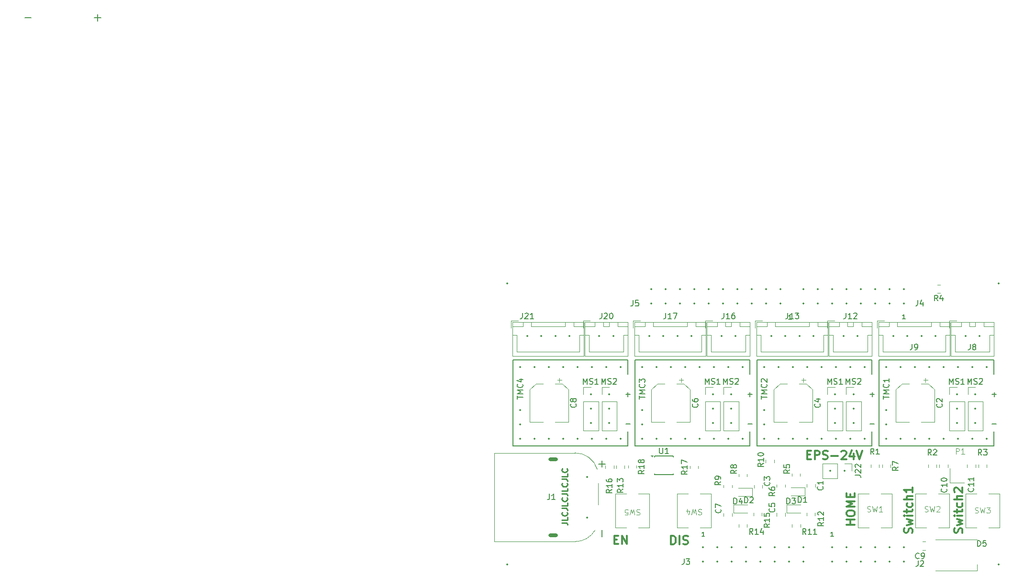
<source format=gbr>
%TF.GenerationSoftware,KiCad,Pcbnew,8.0.3*%
%TF.CreationDate,2024-07-06T17:26:18+02:00*%
%TF.ProjectId,StepperDriver-Shield_FRDM-MCXA153,53746570-7065-4724-9472-697665722d53,rev?*%
%TF.SameCoordinates,Original*%
%TF.FileFunction,Legend,Top*%
%TF.FilePolarity,Positive*%
%FSLAX46Y46*%
G04 Gerber Fmt 4.6, Leading zero omitted, Abs format (unit mm)*
G04 Created by KiCad (PCBNEW 8.0.3) date 2024-07-06 17:26:18*
%MOMM*%
%LPD*%
G01*
G04 APERTURE LIST*
%ADD10C,0.300000*%
%ADD11C,0.250000*%
%ADD12C,0.150000*%
%ADD13C,0.206375*%
%ADD14C,0.100000*%
%ADD15C,0.127000*%
%ADD16C,0.120000*%
%ADD17C,0.350000*%
%ADD18O,1.700000X0.600000*%
G04 APERTURE END LIST*
D10*
X148848028Y-112983489D02*
X147348028Y-112983489D01*
X148062314Y-112983489D02*
X148062314Y-112126346D01*
X148848028Y-112126346D02*
X147348028Y-112126346D01*
X147348028Y-111126345D02*
X147348028Y-110840631D01*
X147348028Y-110840631D02*
X147419457Y-110697774D01*
X147419457Y-110697774D02*
X147562314Y-110554917D01*
X147562314Y-110554917D02*
X147848028Y-110483488D01*
X147848028Y-110483488D02*
X148348028Y-110483488D01*
X148348028Y-110483488D02*
X148633742Y-110554917D01*
X148633742Y-110554917D02*
X148776600Y-110697774D01*
X148776600Y-110697774D02*
X148848028Y-110840631D01*
X148848028Y-110840631D02*
X148848028Y-111126345D01*
X148848028Y-111126345D02*
X148776600Y-111269203D01*
X148776600Y-111269203D02*
X148633742Y-111412060D01*
X148633742Y-111412060D02*
X148348028Y-111483488D01*
X148348028Y-111483488D02*
X147848028Y-111483488D01*
X147848028Y-111483488D02*
X147562314Y-111412060D01*
X147562314Y-111412060D02*
X147419457Y-111269203D01*
X147419457Y-111269203D02*
X147348028Y-111126345D01*
X148848028Y-109840631D02*
X147348028Y-109840631D01*
X147348028Y-109840631D02*
X148419457Y-109340631D01*
X148419457Y-109340631D02*
X147348028Y-108840631D01*
X147348028Y-108840631D02*
X148848028Y-108840631D01*
X148062314Y-108126345D02*
X148062314Y-107626345D01*
X148848028Y-107412059D02*
X148848028Y-108126345D01*
X148848028Y-108126345D02*
X147348028Y-108126345D01*
X147348028Y-108126345D02*
X147348028Y-107412059D01*
X106269310Y-115651914D02*
X106769310Y-115651914D01*
X106983596Y-116437628D02*
X106269310Y-116437628D01*
X106269310Y-116437628D02*
X106269310Y-114937628D01*
X106269310Y-114937628D02*
X106983596Y-114937628D01*
X107626453Y-116437628D02*
X107626453Y-114937628D01*
X107626453Y-114937628D02*
X108483596Y-116437628D01*
X108483596Y-116437628D02*
X108483596Y-114937628D01*
D11*
X97010219Y-112646517D02*
X97724504Y-112646517D01*
X97724504Y-112646517D02*
X97867361Y-112694136D01*
X97867361Y-112694136D02*
X97962600Y-112789374D01*
X97962600Y-112789374D02*
X98010219Y-112932231D01*
X98010219Y-112932231D02*
X98010219Y-113027469D01*
X98010219Y-111694136D02*
X98010219Y-112170326D01*
X98010219Y-112170326D02*
X97010219Y-112170326D01*
X97914980Y-110789374D02*
X97962600Y-110836993D01*
X97962600Y-110836993D02*
X98010219Y-110979850D01*
X98010219Y-110979850D02*
X98010219Y-111075088D01*
X98010219Y-111075088D02*
X97962600Y-111217945D01*
X97962600Y-111217945D02*
X97867361Y-111313183D01*
X97867361Y-111313183D02*
X97772123Y-111360802D01*
X97772123Y-111360802D02*
X97581647Y-111408421D01*
X97581647Y-111408421D02*
X97438790Y-111408421D01*
X97438790Y-111408421D02*
X97248314Y-111360802D01*
X97248314Y-111360802D02*
X97153076Y-111313183D01*
X97153076Y-111313183D02*
X97057838Y-111217945D01*
X97057838Y-111217945D02*
X97010219Y-111075088D01*
X97010219Y-111075088D02*
X97010219Y-110979850D01*
X97010219Y-110979850D02*
X97057838Y-110836993D01*
X97057838Y-110836993D02*
X97105457Y-110789374D01*
X97010219Y-110075088D02*
X97724504Y-110075088D01*
X97724504Y-110075088D02*
X97867361Y-110122707D01*
X97867361Y-110122707D02*
X97962600Y-110217945D01*
X97962600Y-110217945D02*
X98010219Y-110360802D01*
X98010219Y-110360802D02*
X98010219Y-110456040D01*
X98010219Y-109122707D02*
X98010219Y-109598897D01*
X98010219Y-109598897D02*
X97010219Y-109598897D01*
X97914980Y-108217945D02*
X97962600Y-108265564D01*
X97962600Y-108265564D02*
X98010219Y-108408421D01*
X98010219Y-108408421D02*
X98010219Y-108503659D01*
X98010219Y-108503659D02*
X97962600Y-108646516D01*
X97962600Y-108646516D02*
X97867361Y-108741754D01*
X97867361Y-108741754D02*
X97772123Y-108789373D01*
X97772123Y-108789373D02*
X97581647Y-108836992D01*
X97581647Y-108836992D02*
X97438790Y-108836992D01*
X97438790Y-108836992D02*
X97248314Y-108789373D01*
X97248314Y-108789373D02*
X97153076Y-108741754D01*
X97153076Y-108741754D02*
X97057838Y-108646516D01*
X97057838Y-108646516D02*
X97010219Y-108503659D01*
X97010219Y-108503659D02*
X97010219Y-108408421D01*
X97010219Y-108408421D02*
X97057838Y-108265564D01*
X97057838Y-108265564D02*
X97105457Y-108217945D01*
X97010219Y-107503659D02*
X97724504Y-107503659D01*
X97724504Y-107503659D02*
X97867361Y-107551278D01*
X97867361Y-107551278D02*
X97962600Y-107646516D01*
X97962600Y-107646516D02*
X98010219Y-107789373D01*
X98010219Y-107789373D02*
X98010219Y-107884611D01*
X98010219Y-106551278D02*
X98010219Y-107027468D01*
X98010219Y-107027468D02*
X97010219Y-107027468D01*
X97914980Y-105646516D02*
X97962600Y-105694135D01*
X97962600Y-105694135D02*
X98010219Y-105836992D01*
X98010219Y-105836992D02*
X98010219Y-105932230D01*
X98010219Y-105932230D02*
X97962600Y-106075087D01*
X97962600Y-106075087D02*
X97867361Y-106170325D01*
X97867361Y-106170325D02*
X97772123Y-106217944D01*
X97772123Y-106217944D02*
X97581647Y-106265563D01*
X97581647Y-106265563D02*
X97438790Y-106265563D01*
X97438790Y-106265563D02*
X97248314Y-106217944D01*
X97248314Y-106217944D02*
X97153076Y-106170325D01*
X97153076Y-106170325D02*
X97057838Y-106075087D01*
X97057838Y-106075087D02*
X97010219Y-105932230D01*
X97010219Y-105932230D02*
X97010219Y-105836992D01*
X97010219Y-105836992D02*
X97057838Y-105694135D01*
X97057838Y-105694135D02*
X97105457Y-105646516D01*
X97010219Y-104932230D02*
X97724504Y-104932230D01*
X97724504Y-104932230D02*
X97867361Y-104979849D01*
X97867361Y-104979849D02*
X97962600Y-105075087D01*
X97962600Y-105075087D02*
X98010219Y-105217944D01*
X98010219Y-105217944D02*
X98010219Y-105313182D01*
X98010219Y-103979849D02*
X98010219Y-104456039D01*
X98010219Y-104456039D02*
X97010219Y-104456039D01*
X97914980Y-103075087D02*
X97962600Y-103122706D01*
X97962600Y-103122706D02*
X98010219Y-103265563D01*
X98010219Y-103265563D02*
X98010219Y-103360801D01*
X98010219Y-103360801D02*
X97962600Y-103503658D01*
X97962600Y-103503658D02*
X97867361Y-103598896D01*
X97867361Y-103598896D02*
X97772123Y-103646515D01*
X97772123Y-103646515D02*
X97581647Y-103694134D01*
X97581647Y-103694134D02*
X97438790Y-103694134D01*
X97438790Y-103694134D02*
X97248314Y-103646515D01*
X97248314Y-103646515D02*
X97153076Y-103598896D01*
X97153076Y-103598896D02*
X97057838Y-103503658D01*
X97057838Y-103503658D02*
X97010219Y-103360801D01*
X97010219Y-103360801D02*
X97010219Y-103265563D01*
X97010219Y-103265563D02*
X97057838Y-103122706D01*
X97057838Y-103122706D02*
X97105457Y-103075087D01*
D10*
X158987400Y-114477317D02*
X159058828Y-114263032D01*
X159058828Y-114263032D02*
X159058828Y-113905889D01*
X159058828Y-113905889D02*
X158987400Y-113763032D01*
X158987400Y-113763032D02*
X158915971Y-113691603D01*
X158915971Y-113691603D02*
X158773114Y-113620174D01*
X158773114Y-113620174D02*
X158630257Y-113620174D01*
X158630257Y-113620174D02*
X158487400Y-113691603D01*
X158487400Y-113691603D02*
X158415971Y-113763032D01*
X158415971Y-113763032D02*
X158344542Y-113905889D01*
X158344542Y-113905889D02*
X158273114Y-114191603D01*
X158273114Y-114191603D02*
X158201685Y-114334460D01*
X158201685Y-114334460D02*
X158130257Y-114405889D01*
X158130257Y-114405889D02*
X157987400Y-114477317D01*
X157987400Y-114477317D02*
X157844542Y-114477317D01*
X157844542Y-114477317D02*
X157701685Y-114405889D01*
X157701685Y-114405889D02*
X157630257Y-114334460D01*
X157630257Y-114334460D02*
X157558828Y-114191603D01*
X157558828Y-114191603D02*
X157558828Y-113834460D01*
X157558828Y-113834460D02*
X157630257Y-113620174D01*
X158058828Y-113120175D02*
X159058828Y-112834461D01*
X159058828Y-112834461D02*
X158344542Y-112548746D01*
X158344542Y-112548746D02*
X159058828Y-112263032D01*
X159058828Y-112263032D02*
X158058828Y-111977318D01*
X159058828Y-111405889D02*
X158058828Y-111405889D01*
X157558828Y-111405889D02*
X157630257Y-111477317D01*
X157630257Y-111477317D02*
X157701685Y-111405889D01*
X157701685Y-111405889D02*
X157630257Y-111334460D01*
X157630257Y-111334460D02*
X157558828Y-111405889D01*
X157558828Y-111405889D02*
X157701685Y-111405889D01*
X158058828Y-110905888D02*
X158058828Y-110334460D01*
X157558828Y-110691603D02*
X158844542Y-110691603D01*
X158844542Y-110691603D02*
X158987400Y-110620174D01*
X158987400Y-110620174D02*
X159058828Y-110477317D01*
X159058828Y-110477317D02*
X159058828Y-110334460D01*
X158987400Y-109191603D02*
X159058828Y-109334460D01*
X159058828Y-109334460D02*
X159058828Y-109620174D01*
X159058828Y-109620174D02*
X158987400Y-109763031D01*
X158987400Y-109763031D02*
X158915971Y-109834460D01*
X158915971Y-109834460D02*
X158773114Y-109905888D01*
X158773114Y-109905888D02*
X158344542Y-109905888D01*
X158344542Y-109905888D02*
X158201685Y-109834460D01*
X158201685Y-109834460D02*
X158130257Y-109763031D01*
X158130257Y-109763031D02*
X158058828Y-109620174D01*
X158058828Y-109620174D02*
X158058828Y-109334460D01*
X158058828Y-109334460D02*
X158130257Y-109191603D01*
X159058828Y-108548746D02*
X157558828Y-108548746D01*
X159058828Y-107905889D02*
X158273114Y-107905889D01*
X158273114Y-107905889D02*
X158130257Y-107977317D01*
X158130257Y-107977317D02*
X158058828Y-108120174D01*
X158058828Y-108120174D02*
X158058828Y-108334460D01*
X158058828Y-108334460D02*
X158130257Y-108477317D01*
X158130257Y-108477317D02*
X158201685Y-108548746D01*
X159058828Y-106405888D02*
X159058828Y-107263031D01*
X159058828Y-106834460D02*
X157558828Y-106834460D01*
X157558828Y-106834460D02*
X157773114Y-106977317D01*
X157773114Y-106977317D02*
X157915971Y-107120174D01*
X157915971Y-107120174D02*
X157987400Y-107263031D01*
D12*
X1989371Y-23198100D02*
X3132229Y-23198100D01*
X147301179Y-88109419D02*
X147301179Y-87109419D01*
X147301179Y-87109419D02*
X147634512Y-87823704D01*
X147634512Y-87823704D02*
X147967845Y-87109419D01*
X147967845Y-87109419D02*
X147967845Y-88109419D01*
X148396417Y-88061800D02*
X148539274Y-88109419D01*
X148539274Y-88109419D02*
X148777369Y-88109419D01*
X148777369Y-88109419D02*
X148872607Y-88061800D01*
X148872607Y-88061800D02*
X148920226Y-88014180D01*
X148920226Y-88014180D02*
X148967845Y-87918942D01*
X148967845Y-87918942D02*
X148967845Y-87823704D01*
X148967845Y-87823704D02*
X148920226Y-87728466D01*
X148920226Y-87728466D02*
X148872607Y-87680847D01*
X148872607Y-87680847D02*
X148777369Y-87633228D01*
X148777369Y-87633228D02*
X148586893Y-87585609D01*
X148586893Y-87585609D02*
X148491655Y-87537990D01*
X148491655Y-87537990D02*
X148444036Y-87490371D01*
X148444036Y-87490371D02*
X148396417Y-87395133D01*
X148396417Y-87395133D02*
X148396417Y-87299895D01*
X148396417Y-87299895D02*
X148444036Y-87204657D01*
X148444036Y-87204657D02*
X148491655Y-87157038D01*
X148491655Y-87157038D02*
X148586893Y-87109419D01*
X148586893Y-87109419D02*
X148824988Y-87109419D01*
X148824988Y-87109419D02*
X148967845Y-87157038D01*
X149348798Y-87204657D02*
X149396417Y-87157038D01*
X149396417Y-87157038D02*
X149491655Y-87109419D01*
X149491655Y-87109419D02*
X149729750Y-87109419D01*
X149729750Y-87109419D02*
X149824988Y-87157038D01*
X149824988Y-87157038D02*
X149872607Y-87204657D01*
X149872607Y-87204657D02*
X149920226Y-87299895D01*
X149920226Y-87299895D02*
X149920226Y-87395133D01*
X149920226Y-87395133D02*
X149872607Y-87537990D01*
X149872607Y-87537990D02*
X149301179Y-88109419D01*
X149301179Y-88109419D02*
X149920226Y-88109419D01*
X108337579Y-89912866D02*
X109099484Y-89912866D01*
X108718531Y-90293819D02*
X108718531Y-89531914D01*
X104070379Y-88109419D02*
X104070379Y-87109419D01*
X104070379Y-87109419D02*
X104403712Y-87823704D01*
X104403712Y-87823704D02*
X104737045Y-87109419D01*
X104737045Y-87109419D02*
X104737045Y-88109419D01*
X105165617Y-88061800D02*
X105308474Y-88109419D01*
X105308474Y-88109419D02*
X105546569Y-88109419D01*
X105546569Y-88109419D02*
X105641807Y-88061800D01*
X105641807Y-88061800D02*
X105689426Y-88014180D01*
X105689426Y-88014180D02*
X105737045Y-87918942D01*
X105737045Y-87918942D02*
X105737045Y-87823704D01*
X105737045Y-87823704D02*
X105689426Y-87728466D01*
X105689426Y-87728466D02*
X105641807Y-87680847D01*
X105641807Y-87680847D02*
X105546569Y-87633228D01*
X105546569Y-87633228D02*
X105356093Y-87585609D01*
X105356093Y-87585609D02*
X105260855Y-87537990D01*
X105260855Y-87537990D02*
X105213236Y-87490371D01*
X105213236Y-87490371D02*
X105165617Y-87395133D01*
X105165617Y-87395133D02*
X105165617Y-87299895D01*
X105165617Y-87299895D02*
X105213236Y-87204657D01*
X105213236Y-87204657D02*
X105260855Y-87157038D01*
X105260855Y-87157038D02*
X105356093Y-87109419D01*
X105356093Y-87109419D02*
X105594188Y-87109419D01*
X105594188Y-87109419D02*
X105737045Y-87157038D01*
X106117998Y-87204657D02*
X106165617Y-87157038D01*
X106165617Y-87157038D02*
X106260855Y-87109419D01*
X106260855Y-87109419D02*
X106498950Y-87109419D01*
X106498950Y-87109419D02*
X106594188Y-87157038D01*
X106594188Y-87157038D02*
X106641807Y-87204657D01*
X106641807Y-87204657D02*
X106689426Y-87299895D01*
X106689426Y-87299895D02*
X106689426Y-87395133D01*
X106689426Y-87395133D02*
X106641807Y-87537990D01*
X106641807Y-87537990D02*
X106070379Y-88109419D01*
X106070379Y-88109419D02*
X106689426Y-88109419D01*
D13*
X157766657Y-76571160D02*
X157294943Y-76571160D01*
X157530800Y-76571160D02*
X157530800Y-75745660D01*
X157530800Y-75745660D02*
X157452181Y-75863589D01*
X157452181Y-75863589D02*
X157373562Y-75942208D01*
X157373562Y-75942208D02*
X157294943Y-75981517D01*
D10*
X167826600Y-114477317D02*
X167898028Y-114263032D01*
X167898028Y-114263032D02*
X167898028Y-113905889D01*
X167898028Y-113905889D02*
X167826600Y-113763032D01*
X167826600Y-113763032D02*
X167755171Y-113691603D01*
X167755171Y-113691603D02*
X167612314Y-113620174D01*
X167612314Y-113620174D02*
X167469457Y-113620174D01*
X167469457Y-113620174D02*
X167326600Y-113691603D01*
X167326600Y-113691603D02*
X167255171Y-113763032D01*
X167255171Y-113763032D02*
X167183742Y-113905889D01*
X167183742Y-113905889D02*
X167112314Y-114191603D01*
X167112314Y-114191603D02*
X167040885Y-114334460D01*
X167040885Y-114334460D02*
X166969457Y-114405889D01*
X166969457Y-114405889D02*
X166826600Y-114477317D01*
X166826600Y-114477317D02*
X166683742Y-114477317D01*
X166683742Y-114477317D02*
X166540885Y-114405889D01*
X166540885Y-114405889D02*
X166469457Y-114334460D01*
X166469457Y-114334460D02*
X166398028Y-114191603D01*
X166398028Y-114191603D02*
X166398028Y-113834460D01*
X166398028Y-113834460D02*
X166469457Y-113620174D01*
X166898028Y-113120175D02*
X167898028Y-112834461D01*
X167898028Y-112834461D02*
X167183742Y-112548746D01*
X167183742Y-112548746D02*
X167898028Y-112263032D01*
X167898028Y-112263032D02*
X166898028Y-111977318D01*
X167898028Y-111405889D02*
X166898028Y-111405889D01*
X166398028Y-111405889D02*
X166469457Y-111477317D01*
X166469457Y-111477317D02*
X166540885Y-111405889D01*
X166540885Y-111405889D02*
X166469457Y-111334460D01*
X166469457Y-111334460D02*
X166398028Y-111405889D01*
X166398028Y-111405889D02*
X166540885Y-111405889D01*
X166898028Y-110905888D02*
X166898028Y-110334460D01*
X166398028Y-110691603D02*
X167683742Y-110691603D01*
X167683742Y-110691603D02*
X167826600Y-110620174D01*
X167826600Y-110620174D02*
X167898028Y-110477317D01*
X167898028Y-110477317D02*
X167898028Y-110334460D01*
X167826600Y-109191603D02*
X167898028Y-109334460D01*
X167898028Y-109334460D02*
X167898028Y-109620174D01*
X167898028Y-109620174D02*
X167826600Y-109763031D01*
X167826600Y-109763031D02*
X167755171Y-109834460D01*
X167755171Y-109834460D02*
X167612314Y-109905888D01*
X167612314Y-109905888D02*
X167183742Y-109905888D01*
X167183742Y-109905888D02*
X167040885Y-109834460D01*
X167040885Y-109834460D02*
X166969457Y-109763031D01*
X166969457Y-109763031D02*
X166898028Y-109620174D01*
X166898028Y-109620174D02*
X166898028Y-109334460D01*
X166898028Y-109334460D02*
X166969457Y-109191603D01*
X167898028Y-108548746D02*
X166398028Y-108548746D01*
X167898028Y-107905889D02*
X167112314Y-107905889D01*
X167112314Y-107905889D02*
X166969457Y-107977317D01*
X166969457Y-107977317D02*
X166898028Y-108120174D01*
X166898028Y-108120174D02*
X166898028Y-108334460D01*
X166898028Y-108334460D02*
X166969457Y-108477317D01*
X166969457Y-108477317D02*
X167040885Y-108548746D01*
X166540885Y-107263031D02*
X166469457Y-107191603D01*
X166469457Y-107191603D02*
X166398028Y-107048746D01*
X166398028Y-107048746D02*
X166398028Y-106691603D01*
X166398028Y-106691603D02*
X166469457Y-106548746D01*
X166469457Y-106548746D02*
X166540885Y-106477317D01*
X166540885Y-106477317D02*
X166683742Y-106405888D01*
X166683742Y-106405888D02*
X166826600Y-106405888D01*
X166826600Y-106405888D02*
X167040885Y-106477317D01*
X167040885Y-106477317D02*
X167898028Y-107334460D01*
X167898028Y-107334460D02*
X167898028Y-106405888D01*
D12*
X144049979Y-88109419D02*
X144049979Y-87109419D01*
X144049979Y-87109419D02*
X144383312Y-87823704D01*
X144383312Y-87823704D02*
X144716645Y-87109419D01*
X144716645Y-87109419D02*
X144716645Y-88109419D01*
X145145217Y-88061800D02*
X145288074Y-88109419D01*
X145288074Y-88109419D02*
X145526169Y-88109419D01*
X145526169Y-88109419D02*
X145621407Y-88061800D01*
X145621407Y-88061800D02*
X145669026Y-88014180D01*
X145669026Y-88014180D02*
X145716645Y-87918942D01*
X145716645Y-87918942D02*
X145716645Y-87823704D01*
X145716645Y-87823704D02*
X145669026Y-87728466D01*
X145669026Y-87728466D02*
X145621407Y-87680847D01*
X145621407Y-87680847D02*
X145526169Y-87633228D01*
X145526169Y-87633228D02*
X145335693Y-87585609D01*
X145335693Y-87585609D02*
X145240455Y-87537990D01*
X145240455Y-87537990D02*
X145192836Y-87490371D01*
X145192836Y-87490371D02*
X145145217Y-87395133D01*
X145145217Y-87395133D02*
X145145217Y-87299895D01*
X145145217Y-87299895D02*
X145192836Y-87204657D01*
X145192836Y-87204657D02*
X145240455Y-87157038D01*
X145240455Y-87157038D02*
X145335693Y-87109419D01*
X145335693Y-87109419D02*
X145573788Y-87109419D01*
X145573788Y-87109419D02*
X145716645Y-87157038D01*
X146669026Y-88109419D02*
X146097598Y-88109419D01*
X146383312Y-88109419D02*
X146383312Y-87109419D01*
X146383312Y-87109419D02*
X146288074Y-87252276D01*
X146288074Y-87252276D02*
X146192836Y-87347514D01*
X146192836Y-87347514D02*
X146097598Y-87395133D01*
X168840379Y-88109419D02*
X168840379Y-87109419D01*
X168840379Y-87109419D02*
X169173712Y-87823704D01*
X169173712Y-87823704D02*
X169507045Y-87109419D01*
X169507045Y-87109419D02*
X169507045Y-88109419D01*
X169935617Y-88061800D02*
X170078474Y-88109419D01*
X170078474Y-88109419D02*
X170316569Y-88109419D01*
X170316569Y-88109419D02*
X170411807Y-88061800D01*
X170411807Y-88061800D02*
X170459426Y-88014180D01*
X170459426Y-88014180D02*
X170507045Y-87918942D01*
X170507045Y-87918942D02*
X170507045Y-87823704D01*
X170507045Y-87823704D02*
X170459426Y-87728466D01*
X170459426Y-87728466D02*
X170411807Y-87680847D01*
X170411807Y-87680847D02*
X170316569Y-87633228D01*
X170316569Y-87633228D02*
X170126093Y-87585609D01*
X170126093Y-87585609D02*
X170030855Y-87537990D01*
X170030855Y-87537990D02*
X169983236Y-87490371D01*
X169983236Y-87490371D02*
X169935617Y-87395133D01*
X169935617Y-87395133D02*
X169935617Y-87299895D01*
X169935617Y-87299895D02*
X169983236Y-87204657D01*
X169983236Y-87204657D02*
X170030855Y-87157038D01*
X170030855Y-87157038D02*
X170126093Y-87109419D01*
X170126093Y-87109419D02*
X170364188Y-87109419D01*
X170364188Y-87109419D02*
X170507045Y-87157038D01*
X170887998Y-87204657D02*
X170935617Y-87157038D01*
X170935617Y-87157038D02*
X171030855Y-87109419D01*
X171030855Y-87109419D02*
X171268950Y-87109419D01*
X171268950Y-87109419D02*
X171364188Y-87157038D01*
X171364188Y-87157038D02*
X171411807Y-87204657D01*
X171411807Y-87204657D02*
X171459426Y-87299895D01*
X171459426Y-87299895D02*
X171459426Y-87395133D01*
X171459426Y-87395133D02*
X171411807Y-87537990D01*
X171411807Y-87537990D02*
X170840379Y-88109419D01*
X170840379Y-88109419D02*
X171459426Y-88109419D01*
X100819179Y-88109419D02*
X100819179Y-87109419D01*
X100819179Y-87109419D02*
X101152512Y-87823704D01*
X101152512Y-87823704D02*
X101485845Y-87109419D01*
X101485845Y-87109419D02*
X101485845Y-88109419D01*
X101914417Y-88061800D02*
X102057274Y-88109419D01*
X102057274Y-88109419D02*
X102295369Y-88109419D01*
X102295369Y-88109419D02*
X102390607Y-88061800D01*
X102390607Y-88061800D02*
X102438226Y-88014180D01*
X102438226Y-88014180D02*
X102485845Y-87918942D01*
X102485845Y-87918942D02*
X102485845Y-87823704D01*
X102485845Y-87823704D02*
X102438226Y-87728466D01*
X102438226Y-87728466D02*
X102390607Y-87680847D01*
X102390607Y-87680847D02*
X102295369Y-87633228D01*
X102295369Y-87633228D02*
X102104893Y-87585609D01*
X102104893Y-87585609D02*
X102009655Y-87537990D01*
X102009655Y-87537990D02*
X101962036Y-87490371D01*
X101962036Y-87490371D02*
X101914417Y-87395133D01*
X101914417Y-87395133D02*
X101914417Y-87299895D01*
X101914417Y-87299895D02*
X101962036Y-87204657D01*
X101962036Y-87204657D02*
X102009655Y-87157038D01*
X102009655Y-87157038D02*
X102104893Y-87109419D01*
X102104893Y-87109419D02*
X102342988Y-87109419D01*
X102342988Y-87109419D02*
X102485845Y-87157038D01*
X103438226Y-88109419D02*
X102866798Y-88109419D01*
X103152512Y-88109419D02*
X103152512Y-87109419D01*
X103152512Y-87109419D02*
X103057274Y-87252276D01*
X103057274Y-87252276D02*
X102962036Y-87347514D01*
X102962036Y-87347514D02*
X102866798Y-87395133D01*
X173132979Y-89912866D02*
X173894884Y-89912866D01*
X173513931Y-90293819D02*
X173513931Y-89531914D01*
X129927579Y-95119866D02*
X130689484Y-95119866D01*
D13*
X145066657Y-115077560D02*
X144594943Y-115077560D01*
X144830800Y-115077560D02*
X144830800Y-114252060D01*
X144830800Y-114252060D02*
X144752181Y-114369989D01*
X144752181Y-114369989D02*
X144673562Y-114448608D01*
X144673562Y-114448608D02*
X144594943Y-114487917D01*
D10*
X116327710Y-116488428D02*
X116327710Y-114988428D01*
X116327710Y-114988428D02*
X116684853Y-114988428D01*
X116684853Y-114988428D02*
X116899139Y-115059857D01*
X116899139Y-115059857D02*
X117041996Y-115202714D01*
X117041996Y-115202714D02*
X117113425Y-115345571D01*
X117113425Y-115345571D02*
X117184853Y-115631285D01*
X117184853Y-115631285D02*
X117184853Y-115845571D01*
X117184853Y-115845571D02*
X117113425Y-116131285D01*
X117113425Y-116131285D02*
X117041996Y-116274142D01*
X117041996Y-116274142D02*
X116899139Y-116417000D01*
X116899139Y-116417000D02*
X116684853Y-116488428D01*
X116684853Y-116488428D02*
X116327710Y-116488428D01*
X117827710Y-116488428D02*
X117827710Y-114988428D01*
X118470568Y-116417000D02*
X118684854Y-116488428D01*
X118684854Y-116488428D02*
X119041996Y-116488428D01*
X119041996Y-116488428D02*
X119184854Y-116417000D01*
X119184854Y-116417000D02*
X119256282Y-116345571D01*
X119256282Y-116345571D02*
X119327711Y-116202714D01*
X119327711Y-116202714D02*
X119327711Y-116059857D01*
X119327711Y-116059857D02*
X119256282Y-115917000D01*
X119256282Y-115917000D02*
X119184854Y-115845571D01*
X119184854Y-115845571D02*
X119041996Y-115774142D01*
X119041996Y-115774142D02*
X118756282Y-115702714D01*
X118756282Y-115702714D02*
X118613425Y-115631285D01*
X118613425Y-115631285D02*
X118541996Y-115559857D01*
X118541996Y-115559857D02*
X118470568Y-115417000D01*
X118470568Y-115417000D02*
X118470568Y-115274142D01*
X118470568Y-115274142D02*
X118541996Y-115131285D01*
X118541996Y-115131285D02*
X118613425Y-115059857D01*
X118613425Y-115059857D02*
X118756282Y-114988428D01*
X118756282Y-114988428D02*
X119113425Y-114988428D01*
X119113425Y-114988428D02*
X119327711Y-115059857D01*
D12*
X173132979Y-95119866D02*
X173894884Y-95119866D01*
X151542979Y-89912866D02*
X152304884Y-89912866D01*
X151923931Y-90293819D02*
X151923931Y-89531914D01*
X125634979Y-88109419D02*
X125634979Y-87109419D01*
X125634979Y-87109419D02*
X125968312Y-87823704D01*
X125968312Y-87823704D02*
X126301645Y-87109419D01*
X126301645Y-87109419D02*
X126301645Y-88109419D01*
X126730217Y-88061800D02*
X126873074Y-88109419D01*
X126873074Y-88109419D02*
X127111169Y-88109419D01*
X127111169Y-88109419D02*
X127206407Y-88061800D01*
X127206407Y-88061800D02*
X127254026Y-88014180D01*
X127254026Y-88014180D02*
X127301645Y-87918942D01*
X127301645Y-87918942D02*
X127301645Y-87823704D01*
X127301645Y-87823704D02*
X127254026Y-87728466D01*
X127254026Y-87728466D02*
X127206407Y-87680847D01*
X127206407Y-87680847D02*
X127111169Y-87633228D01*
X127111169Y-87633228D02*
X126920693Y-87585609D01*
X126920693Y-87585609D02*
X126825455Y-87537990D01*
X126825455Y-87537990D02*
X126777836Y-87490371D01*
X126777836Y-87490371D02*
X126730217Y-87395133D01*
X126730217Y-87395133D02*
X126730217Y-87299895D01*
X126730217Y-87299895D02*
X126777836Y-87204657D01*
X126777836Y-87204657D02*
X126825455Y-87157038D01*
X126825455Y-87157038D02*
X126920693Y-87109419D01*
X126920693Y-87109419D02*
X127158788Y-87109419D01*
X127158788Y-87109419D02*
X127301645Y-87157038D01*
X127682598Y-87204657D02*
X127730217Y-87157038D01*
X127730217Y-87157038D02*
X127825455Y-87109419D01*
X127825455Y-87109419D02*
X128063550Y-87109419D01*
X128063550Y-87109419D02*
X128158788Y-87157038D01*
X128158788Y-87157038D02*
X128206407Y-87204657D01*
X128206407Y-87204657D02*
X128254026Y-87299895D01*
X128254026Y-87299895D02*
X128254026Y-87395133D01*
X128254026Y-87395133D02*
X128206407Y-87537990D01*
X128206407Y-87537990D02*
X127634979Y-88109419D01*
X127634979Y-88109419D02*
X128254026Y-88109419D01*
X14289371Y-23198100D02*
X15432229Y-23198100D01*
X14860800Y-23769528D02*
X14860800Y-22626671D01*
D10*
X140406910Y-100615114D02*
X140906910Y-100615114D01*
X141121196Y-101400828D02*
X140406910Y-101400828D01*
X140406910Y-101400828D02*
X140406910Y-99900828D01*
X140406910Y-99900828D02*
X141121196Y-99900828D01*
X141764053Y-101400828D02*
X141764053Y-99900828D01*
X141764053Y-99900828D02*
X142335482Y-99900828D01*
X142335482Y-99900828D02*
X142478339Y-99972257D01*
X142478339Y-99972257D02*
X142549768Y-100043685D01*
X142549768Y-100043685D02*
X142621196Y-100186542D01*
X142621196Y-100186542D02*
X142621196Y-100400828D01*
X142621196Y-100400828D02*
X142549768Y-100543685D01*
X142549768Y-100543685D02*
X142478339Y-100615114D01*
X142478339Y-100615114D02*
X142335482Y-100686542D01*
X142335482Y-100686542D02*
X141764053Y-100686542D01*
X143192625Y-101329400D02*
X143406911Y-101400828D01*
X143406911Y-101400828D02*
X143764053Y-101400828D01*
X143764053Y-101400828D02*
X143906911Y-101329400D01*
X143906911Y-101329400D02*
X143978339Y-101257971D01*
X143978339Y-101257971D02*
X144049768Y-101115114D01*
X144049768Y-101115114D02*
X144049768Y-100972257D01*
X144049768Y-100972257D02*
X143978339Y-100829400D01*
X143978339Y-100829400D02*
X143906911Y-100757971D01*
X143906911Y-100757971D02*
X143764053Y-100686542D01*
X143764053Y-100686542D02*
X143478339Y-100615114D01*
X143478339Y-100615114D02*
X143335482Y-100543685D01*
X143335482Y-100543685D02*
X143264053Y-100472257D01*
X143264053Y-100472257D02*
X143192625Y-100329400D01*
X143192625Y-100329400D02*
X143192625Y-100186542D01*
X143192625Y-100186542D02*
X143264053Y-100043685D01*
X143264053Y-100043685D02*
X143335482Y-99972257D01*
X143335482Y-99972257D02*
X143478339Y-99900828D01*
X143478339Y-99900828D02*
X143835482Y-99900828D01*
X143835482Y-99900828D02*
X144049768Y-99972257D01*
X144692624Y-100829400D02*
X145835482Y-100829400D01*
X146478339Y-100043685D02*
X146549767Y-99972257D01*
X146549767Y-99972257D02*
X146692625Y-99900828D01*
X146692625Y-99900828D02*
X147049767Y-99900828D01*
X147049767Y-99900828D02*
X147192625Y-99972257D01*
X147192625Y-99972257D02*
X147264053Y-100043685D01*
X147264053Y-100043685D02*
X147335482Y-100186542D01*
X147335482Y-100186542D02*
X147335482Y-100329400D01*
X147335482Y-100329400D02*
X147264053Y-100543685D01*
X147264053Y-100543685D02*
X146406910Y-101400828D01*
X146406910Y-101400828D02*
X147335482Y-101400828D01*
X148621196Y-100400828D02*
X148621196Y-101400828D01*
X148264053Y-99829400D02*
X147906910Y-100900828D01*
X147906910Y-100900828D02*
X148835481Y-100900828D01*
X149192624Y-99900828D02*
X149692624Y-101400828D01*
X149692624Y-101400828D02*
X150192624Y-99900828D01*
D13*
X137607109Y-76636708D02*
X137135395Y-76636708D01*
X137371252Y-76636708D02*
X137371252Y-75811208D01*
X137371252Y-75811208D02*
X137292633Y-75929137D01*
X137292633Y-75929137D02*
X137214014Y-76007756D01*
X137214014Y-76007756D02*
X137135395Y-76047065D01*
D12*
X151542979Y-95119866D02*
X152304884Y-95119866D01*
X108337579Y-95119866D02*
X109099484Y-95119866D01*
X122383779Y-88109419D02*
X122383779Y-87109419D01*
X122383779Y-87109419D02*
X122717112Y-87823704D01*
X122717112Y-87823704D02*
X123050445Y-87109419D01*
X123050445Y-87109419D02*
X123050445Y-88109419D01*
X123479017Y-88061800D02*
X123621874Y-88109419D01*
X123621874Y-88109419D02*
X123859969Y-88109419D01*
X123859969Y-88109419D02*
X123955207Y-88061800D01*
X123955207Y-88061800D02*
X124002826Y-88014180D01*
X124002826Y-88014180D02*
X124050445Y-87918942D01*
X124050445Y-87918942D02*
X124050445Y-87823704D01*
X124050445Y-87823704D02*
X124002826Y-87728466D01*
X124002826Y-87728466D02*
X123955207Y-87680847D01*
X123955207Y-87680847D02*
X123859969Y-87633228D01*
X123859969Y-87633228D02*
X123669493Y-87585609D01*
X123669493Y-87585609D02*
X123574255Y-87537990D01*
X123574255Y-87537990D02*
X123526636Y-87490371D01*
X123526636Y-87490371D02*
X123479017Y-87395133D01*
X123479017Y-87395133D02*
X123479017Y-87299895D01*
X123479017Y-87299895D02*
X123526636Y-87204657D01*
X123526636Y-87204657D02*
X123574255Y-87157038D01*
X123574255Y-87157038D02*
X123669493Y-87109419D01*
X123669493Y-87109419D02*
X123907588Y-87109419D01*
X123907588Y-87109419D02*
X124050445Y-87157038D01*
X125002826Y-88109419D02*
X124431398Y-88109419D01*
X124717112Y-88109419D02*
X124717112Y-87109419D01*
X124717112Y-87109419D02*
X124621874Y-87252276D01*
X124621874Y-87252276D02*
X124526636Y-87347514D01*
X124526636Y-87347514D02*
X124431398Y-87395133D01*
X129927579Y-89912866D02*
X130689484Y-89912866D01*
X130308531Y-90293819D02*
X130308531Y-89531914D01*
X165589179Y-88109419D02*
X165589179Y-87109419D01*
X165589179Y-87109419D02*
X165922512Y-87823704D01*
X165922512Y-87823704D02*
X166255845Y-87109419D01*
X166255845Y-87109419D02*
X166255845Y-88109419D01*
X166684417Y-88061800D02*
X166827274Y-88109419D01*
X166827274Y-88109419D02*
X167065369Y-88109419D01*
X167065369Y-88109419D02*
X167160607Y-88061800D01*
X167160607Y-88061800D02*
X167208226Y-88014180D01*
X167208226Y-88014180D02*
X167255845Y-87918942D01*
X167255845Y-87918942D02*
X167255845Y-87823704D01*
X167255845Y-87823704D02*
X167208226Y-87728466D01*
X167208226Y-87728466D02*
X167160607Y-87680847D01*
X167160607Y-87680847D02*
X167065369Y-87633228D01*
X167065369Y-87633228D02*
X166874893Y-87585609D01*
X166874893Y-87585609D02*
X166779655Y-87537990D01*
X166779655Y-87537990D02*
X166732036Y-87490371D01*
X166732036Y-87490371D02*
X166684417Y-87395133D01*
X166684417Y-87395133D02*
X166684417Y-87299895D01*
X166684417Y-87299895D02*
X166732036Y-87204657D01*
X166732036Y-87204657D02*
X166779655Y-87157038D01*
X166779655Y-87157038D02*
X166874893Y-87109419D01*
X166874893Y-87109419D02*
X167112988Y-87109419D01*
X167112988Y-87109419D02*
X167255845Y-87157038D01*
X168208226Y-88109419D02*
X167636798Y-88109419D01*
X167922512Y-88109419D02*
X167922512Y-87109419D01*
X167922512Y-87109419D02*
X167827274Y-87252276D01*
X167827274Y-87252276D02*
X167732036Y-87347514D01*
X167732036Y-87347514D02*
X167636798Y-87395133D01*
D13*
X122257457Y-115077560D02*
X121785743Y-115077560D01*
X122021600Y-115077560D02*
X122021600Y-114252060D01*
X122021600Y-114252060D02*
X121942981Y-114369989D01*
X121942981Y-114369989D02*
X121864362Y-114448608D01*
X121864362Y-114448608D02*
X121785743Y-114487917D01*
D12*
X110706819Y-90733332D02*
X110706819Y-90161904D01*
X111706819Y-90447618D02*
X110706819Y-90447618D01*
X111706819Y-89828570D02*
X110706819Y-89828570D01*
X110706819Y-89828570D02*
X111421104Y-89495237D01*
X111421104Y-89495237D02*
X110706819Y-89161904D01*
X110706819Y-89161904D02*
X111706819Y-89161904D01*
X111611580Y-88114285D02*
X111659200Y-88161904D01*
X111659200Y-88161904D02*
X111706819Y-88304761D01*
X111706819Y-88304761D02*
X111706819Y-88399999D01*
X111706819Y-88399999D02*
X111659200Y-88542856D01*
X111659200Y-88542856D02*
X111563961Y-88638094D01*
X111563961Y-88638094D02*
X111468723Y-88685713D01*
X111468723Y-88685713D02*
X111278247Y-88733332D01*
X111278247Y-88733332D02*
X111135390Y-88733332D01*
X111135390Y-88733332D02*
X110944914Y-88685713D01*
X110944914Y-88685713D02*
X110849676Y-88638094D01*
X110849676Y-88638094D02*
X110754438Y-88542856D01*
X110754438Y-88542856D02*
X110706819Y-88399999D01*
X110706819Y-88399999D02*
X110706819Y-88304761D01*
X110706819Y-88304761D02*
X110754438Y-88161904D01*
X110754438Y-88161904D02*
X110802057Y-88114285D01*
X110706819Y-87780951D02*
X110706819Y-87161904D01*
X110706819Y-87161904D02*
X111087771Y-87495237D01*
X111087771Y-87495237D02*
X111087771Y-87352380D01*
X111087771Y-87352380D02*
X111135390Y-87257142D01*
X111135390Y-87257142D02*
X111183009Y-87209523D01*
X111183009Y-87209523D02*
X111278247Y-87161904D01*
X111278247Y-87161904D02*
X111516342Y-87161904D01*
X111516342Y-87161904D02*
X111611580Y-87209523D01*
X111611580Y-87209523D02*
X111659200Y-87257142D01*
X111659200Y-87257142D02*
X111706819Y-87352380D01*
X111706819Y-87352380D02*
X111706819Y-87638094D01*
X111706819Y-87638094D02*
X111659200Y-87733332D01*
X111659200Y-87733332D02*
X111611580Y-87780951D01*
X156536819Y-102782666D02*
X156060628Y-103115999D01*
X156536819Y-103354094D02*
X155536819Y-103354094D01*
X155536819Y-103354094D02*
X155536819Y-102973142D01*
X155536819Y-102973142D02*
X155584438Y-102877904D01*
X155584438Y-102877904D02*
X155632057Y-102830285D01*
X155632057Y-102830285D02*
X155727295Y-102782666D01*
X155727295Y-102782666D02*
X155870152Y-102782666D01*
X155870152Y-102782666D02*
X155965390Y-102830285D01*
X155965390Y-102830285D02*
X156013009Y-102877904D01*
X156013009Y-102877904D02*
X156060628Y-102973142D01*
X156060628Y-102973142D02*
X156060628Y-103354094D01*
X155536819Y-102449332D02*
X155536819Y-101782666D01*
X155536819Y-101782666D02*
X156536819Y-102211237D01*
X133734980Y-105449666D02*
X133782600Y-105497285D01*
X133782600Y-105497285D02*
X133830219Y-105640142D01*
X133830219Y-105640142D02*
X133830219Y-105735380D01*
X133830219Y-105735380D02*
X133782600Y-105878237D01*
X133782600Y-105878237D02*
X133687361Y-105973475D01*
X133687361Y-105973475D02*
X133592123Y-106021094D01*
X133592123Y-106021094D02*
X133401647Y-106068713D01*
X133401647Y-106068713D02*
X133258790Y-106068713D01*
X133258790Y-106068713D02*
X133068314Y-106021094D01*
X133068314Y-106021094D02*
X132973076Y-105973475D01*
X132973076Y-105973475D02*
X132877838Y-105878237D01*
X132877838Y-105878237D02*
X132830219Y-105735380D01*
X132830219Y-105735380D02*
X132830219Y-105640142D01*
X132830219Y-105640142D02*
X132877838Y-105497285D01*
X132877838Y-105497285D02*
X132925457Y-105449666D01*
X132830219Y-105116332D02*
X132830219Y-104497285D01*
X132830219Y-104497285D02*
X133211171Y-104830618D01*
X133211171Y-104830618D02*
X133211171Y-104687761D01*
X133211171Y-104687761D02*
X133258790Y-104592523D01*
X133258790Y-104592523D02*
X133306409Y-104544904D01*
X133306409Y-104544904D02*
X133401647Y-104497285D01*
X133401647Y-104497285D02*
X133639742Y-104497285D01*
X133639742Y-104497285D02*
X133734980Y-104544904D01*
X133734980Y-104544904D02*
X133782600Y-104592523D01*
X133782600Y-104592523D02*
X133830219Y-104687761D01*
X133830219Y-104687761D02*
X133830219Y-104973475D01*
X133830219Y-104973475D02*
X133782600Y-105068713D01*
X133782600Y-105068713D02*
X133734980Y-105116332D01*
X160208933Y-118926780D02*
X160161314Y-118974400D01*
X160161314Y-118974400D02*
X160018457Y-119022019D01*
X160018457Y-119022019D02*
X159923219Y-119022019D01*
X159923219Y-119022019D02*
X159780362Y-118974400D01*
X159780362Y-118974400D02*
X159685124Y-118879161D01*
X159685124Y-118879161D02*
X159637505Y-118783923D01*
X159637505Y-118783923D02*
X159589886Y-118593447D01*
X159589886Y-118593447D02*
X159589886Y-118450590D01*
X159589886Y-118450590D02*
X159637505Y-118260114D01*
X159637505Y-118260114D02*
X159685124Y-118164876D01*
X159685124Y-118164876D02*
X159780362Y-118069638D01*
X159780362Y-118069638D02*
X159923219Y-118022019D01*
X159923219Y-118022019D02*
X160018457Y-118022019D01*
X160018457Y-118022019D02*
X160161314Y-118069638D01*
X160161314Y-118069638D02*
X160208933Y-118117257D01*
X160685124Y-119022019D02*
X160875600Y-119022019D01*
X160875600Y-119022019D02*
X160970838Y-118974400D01*
X160970838Y-118974400D02*
X161018457Y-118926780D01*
X161018457Y-118926780D02*
X161113695Y-118783923D01*
X161113695Y-118783923D02*
X161161314Y-118593447D01*
X161161314Y-118593447D02*
X161161314Y-118212495D01*
X161161314Y-118212495D02*
X161113695Y-118117257D01*
X161113695Y-118117257D02*
X161066076Y-118069638D01*
X161066076Y-118069638D02*
X160970838Y-118022019D01*
X160970838Y-118022019D02*
X160780362Y-118022019D01*
X160780362Y-118022019D02*
X160685124Y-118069638D01*
X160685124Y-118069638D02*
X160637505Y-118117257D01*
X160637505Y-118117257D02*
X160589886Y-118212495D01*
X160589886Y-118212495D02*
X160589886Y-118450590D01*
X160589886Y-118450590D02*
X160637505Y-118545828D01*
X160637505Y-118545828D02*
X160685124Y-118593447D01*
X160685124Y-118593447D02*
X160780362Y-118641066D01*
X160780362Y-118641066D02*
X160970838Y-118641066D01*
X160970838Y-118641066D02*
X161066076Y-118593447D01*
X161066076Y-118593447D02*
X161113695Y-118545828D01*
X161113695Y-118545828D02*
X161161314Y-118450590D01*
X134598580Y-110148666D02*
X134646200Y-110196285D01*
X134646200Y-110196285D02*
X134693819Y-110339142D01*
X134693819Y-110339142D02*
X134693819Y-110434380D01*
X134693819Y-110434380D02*
X134646200Y-110577237D01*
X134646200Y-110577237D02*
X134550961Y-110672475D01*
X134550961Y-110672475D02*
X134455723Y-110720094D01*
X134455723Y-110720094D02*
X134265247Y-110767713D01*
X134265247Y-110767713D02*
X134122390Y-110767713D01*
X134122390Y-110767713D02*
X133931914Y-110720094D01*
X133931914Y-110720094D02*
X133836676Y-110672475D01*
X133836676Y-110672475D02*
X133741438Y-110577237D01*
X133741438Y-110577237D02*
X133693819Y-110434380D01*
X133693819Y-110434380D02*
X133693819Y-110339142D01*
X133693819Y-110339142D02*
X133741438Y-110196285D01*
X133741438Y-110196285D02*
X133789057Y-110148666D01*
X133693819Y-109243904D02*
X133693819Y-109720094D01*
X133693819Y-109720094D02*
X134170009Y-109767713D01*
X134170009Y-109767713D02*
X134122390Y-109720094D01*
X134122390Y-109720094D02*
X134074771Y-109624856D01*
X134074771Y-109624856D02*
X134074771Y-109386761D01*
X134074771Y-109386761D02*
X134122390Y-109291523D01*
X134122390Y-109291523D02*
X134170009Y-109243904D01*
X134170009Y-109243904D02*
X134265247Y-109196285D01*
X134265247Y-109196285D02*
X134503342Y-109196285D01*
X134503342Y-109196285D02*
X134598580Y-109243904D01*
X134598580Y-109243904D02*
X134646200Y-109291523D01*
X134646200Y-109291523D02*
X134693819Y-109386761D01*
X134693819Y-109386761D02*
X134693819Y-109624856D01*
X134693819Y-109624856D02*
X134646200Y-109720094D01*
X134646200Y-109720094D02*
X134598580Y-109767713D01*
X163536333Y-73351819D02*
X163203000Y-72875628D01*
X162964905Y-73351819D02*
X162964905Y-72351819D01*
X162964905Y-72351819D02*
X163345857Y-72351819D01*
X163345857Y-72351819D02*
X163441095Y-72399438D01*
X163441095Y-72399438D02*
X163488714Y-72447057D01*
X163488714Y-72447057D02*
X163536333Y-72542295D01*
X163536333Y-72542295D02*
X163536333Y-72685152D01*
X163536333Y-72685152D02*
X163488714Y-72780390D01*
X163488714Y-72780390D02*
X163441095Y-72828009D01*
X163441095Y-72828009D02*
X163345857Y-72875628D01*
X163345857Y-72875628D02*
X162964905Y-72875628D01*
X164393476Y-72685152D02*
X164393476Y-73351819D01*
X164155381Y-72304200D02*
X163917286Y-73018485D01*
X163917286Y-73018485D02*
X164536333Y-73018485D01*
X125682476Y-75515219D02*
X125682476Y-76229504D01*
X125682476Y-76229504D02*
X125634857Y-76372361D01*
X125634857Y-76372361D02*
X125539619Y-76467600D01*
X125539619Y-76467600D02*
X125396762Y-76515219D01*
X125396762Y-76515219D02*
X125301524Y-76515219D01*
X126682476Y-76515219D02*
X126111048Y-76515219D01*
X126396762Y-76515219D02*
X126396762Y-75515219D01*
X126396762Y-75515219D02*
X126301524Y-75658076D01*
X126301524Y-75658076D02*
X126206286Y-75753314D01*
X126206286Y-75753314D02*
X126111048Y-75800933D01*
X127539619Y-75515219D02*
X127349143Y-75515219D01*
X127349143Y-75515219D02*
X127253905Y-75562838D01*
X127253905Y-75562838D02*
X127206286Y-75610457D01*
X127206286Y-75610457D02*
X127111048Y-75753314D01*
X127111048Y-75753314D02*
X127063429Y-75943790D01*
X127063429Y-75943790D02*
X127063429Y-76324742D01*
X127063429Y-76324742D02*
X127111048Y-76419980D01*
X127111048Y-76419980D02*
X127158667Y-76467600D01*
X127158667Y-76467600D02*
X127253905Y-76515219D01*
X127253905Y-76515219D02*
X127444381Y-76515219D01*
X127444381Y-76515219D02*
X127539619Y-76467600D01*
X127539619Y-76467600D02*
X127587238Y-76419980D01*
X127587238Y-76419980D02*
X127634857Y-76324742D01*
X127634857Y-76324742D02*
X127634857Y-76086647D01*
X127634857Y-76086647D02*
X127587238Y-75991409D01*
X127587238Y-75991409D02*
X127539619Y-75943790D01*
X127539619Y-75943790D02*
X127444381Y-75896171D01*
X127444381Y-75896171D02*
X127253905Y-75896171D01*
X127253905Y-75896171D02*
X127158667Y-75943790D01*
X127158667Y-75943790D02*
X127111048Y-75991409D01*
X127111048Y-75991409D02*
X127063429Y-76086647D01*
X136980076Y-75515219D02*
X136980076Y-76229504D01*
X136980076Y-76229504D02*
X136932457Y-76372361D01*
X136932457Y-76372361D02*
X136837219Y-76467600D01*
X136837219Y-76467600D02*
X136694362Y-76515219D01*
X136694362Y-76515219D02*
X136599124Y-76515219D01*
X137980076Y-76515219D02*
X137408648Y-76515219D01*
X137694362Y-76515219D02*
X137694362Y-75515219D01*
X137694362Y-75515219D02*
X137599124Y-75658076D01*
X137599124Y-75658076D02*
X137503886Y-75753314D01*
X137503886Y-75753314D02*
X137408648Y-75800933D01*
X138313410Y-75515219D02*
X138932457Y-75515219D01*
X138932457Y-75515219D02*
X138599124Y-75896171D01*
X138599124Y-75896171D02*
X138741981Y-75896171D01*
X138741981Y-75896171D02*
X138837219Y-75943790D01*
X138837219Y-75943790D02*
X138884838Y-75991409D01*
X138884838Y-75991409D02*
X138932457Y-76086647D01*
X138932457Y-76086647D02*
X138932457Y-76324742D01*
X138932457Y-76324742D02*
X138884838Y-76419980D01*
X138884838Y-76419980D02*
X138837219Y-76467600D01*
X138837219Y-76467600D02*
X138741981Y-76515219D01*
X138741981Y-76515219D02*
X138456267Y-76515219D01*
X138456267Y-76515219D02*
X138361029Y-76467600D01*
X138361029Y-76467600D02*
X138313410Y-76419980D01*
X114300095Y-99393819D02*
X114300095Y-100203342D01*
X114300095Y-100203342D02*
X114347714Y-100298580D01*
X114347714Y-100298580D02*
X114395333Y-100346200D01*
X114395333Y-100346200D02*
X114490571Y-100393819D01*
X114490571Y-100393819D02*
X114681047Y-100393819D01*
X114681047Y-100393819D02*
X114776285Y-100346200D01*
X114776285Y-100346200D02*
X114823904Y-100298580D01*
X114823904Y-100298580D02*
X114871523Y-100203342D01*
X114871523Y-100203342D02*
X114871523Y-99393819D01*
X115871523Y-100393819D02*
X115300095Y-100393819D01*
X115585809Y-100393819D02*
X115585809Y-99393819D01*
X115585809Y-99393819D02*
X115490571Y-99536676D01*
X115490571Y-99536676D02*
X115395333Y-99631914D01*
X115395333Y-99631914D02*
X115300095Y-99679533D01*
X133779419Y-112860057D02*
X133303228Y-113193390D01*
X133779419Y-113431485D02*
X132779419Y-113431485D01*
X132779419Y-113431485D02*
X132779419Y-113050533D01*
X132779419Y-113050533D02*
X132827038Y-112955295D01*
X132827038Y-112955295D02*
X132874657Y-112907676D01*
X132874657Y-112907676D02*
X132969895Y-112860057D01*
X132969895Y-112860057D02*
X133112752Y-112860057D01*
X133112752Y-112860057D02*
X133207990Y-112907676D01*
X133207990Y-112907676D02*
X133255609Y-112955295D01*
X133255609Y-112955295D02*
X133303228Y-113050533D01*
X133303228Y-113050533D02*
X133303228Y-113431485D01*
X133779419Y-111907676D02*
X133779419Y-112479104D01*
X133779419Y-112193390D02*
X132779419Y-112193390D01*
X132779419Y-112193390D02*
X132922276Y-112288628D01*
X132922276Y-112288628D02*
X133017514Y-112383866D01*
X133017514Y-112383866D02*
X133065133Y-112479104D01*
X132779419Y-111002914D02*
X132779419Y-111479104D01*
X132779419Y-111479104D02*
X133255609Y-111526723D01*
X133255609Y-111526723D02*
X133207990Y-111479104D01*
X133207990Y-111479104D02*
X133160371Y-111383866D01*
X133160371Y-111383866D02*
X133160371Y-111145771D01*
X133160371Y-111145771D02*
X133207990Y-111050533D01*
X133207990Y-111050533D02*
X133255609Y-111002914D01*
X133255609Y-111002914D02*
X133350847Y-110955295D01*
X133350847Y-110955295D02*
X133588942Y-110955295D01*
X133588942Y-110955295D02*
X133684180Y-111002914D01*
X133684180Y-111002914D02*
X133731800Y-111050533D01*
X133731800Y-111050533D02*
X133779419Y-111145771D01*
X133779419Y-111145771D02*
X133779419Y-111383866D01*
X133779419Y-111383866D02*
X133731800Y-111479104D01*
X133731800Y-111479104D02*
X133684180Y-111526723D01*
X153886819Y-90723332D02*
X153886819Y-90151904D01*
X154886819Y-90437618D02*
X153886819Y-90437618D01*
X154886819Y-89818570D02*
X153886819Y-89818570D01*
X153886819Y-89818570D02*
X154601104Y-89485237D01*
X154601104Y-89485237D02*
X153886819Y-89151904D01*
X153886819Y-89151904D02*
X154886819Y-89151904D01*
X154791580Y-88104285D02*
X154839200Y-88151904D01*
X154839200Y-88151904D02*
X154886819Y-88294761D01*
X154886819Y-88294761D02*
X154886819Y-88389999D01*
X154886819Y-88389999D02*
X154839200Y-88532856D01*
X154839200Y-88532856D02*
X154743961Y-88628094D01*
X154743961Y-88628094D02*
X154648723Y-88675713D01*
X154648723Y-88675713D02*
X154458247Y-88723332D01*
X154458247Y-88723332D02*
X154315390Y-88723332D01*
X154315390Y-88723332D02*
X154124914Y-88675713D01*
X154124914Y-88675713D02*
X154029676Y-88628094D01*
X154029676Y-88628094D02*
X153934438Y-88532856D01*
X153934438Y-88532856D02*
X153886819Y-88389999D01*
X153886819Y-88389999D02*
X153886819Y-88294761D01*
X153886819Y-88294761D02*
X153934438Y-88151904D01*
X153934438Y-88151904D02*
X153982057Y-88104285D01*
X154886819Y-87151904D02*
X154886819Y-87723332D01*
X154886819Y-87437618D02*
X153886819Y-87437618D01*
X153886819Y-87437618D02*
X154029676Y-87532856D01*
X154029676Y-87532856D02*
X154124914Y-87628094D01*
X154124914Y-87628094D02*
X154172533Y-87723332D01*
X142631580Y-91606666D02*
X142679200Y-91654285D01*
X142679200Y-91654285D02*
X142726819Y-91797142D01*
X142726819Y-91797142D02*
X142726819Y-91892380D01*
X142726819Y-91892380D02*
X142679200Y-92035237D01*
X142679200Y-92035237D02*
X142583961Y-92130475D01*
X142583961Y-92130475D02*
X142488723Y-92178094D01*
X142488723Y-92178094D02*
X142298247Y-92225713D01*
X142298247Y-92225713D02*
X142155390Y-92225713D01*
X142155390Y-92225713D02*
X141964914Y-92178094D01*
X141964914Y-92178094D02*
X141869676Y-92130475D01*
X141869676Y-92130475D02*
X141774438Y-92035237D01*
X141774438Y-92035237D02*
X141726819Y-91892380D01*
X141726819Y-91892380D02*
X141726819Y-91797142D01*
X141726819Y-91797142D02*
X141774438Y-91654285D01*
X141774438Y-91654285D02*
X141822057Y-91606666D01*
X142060152Y-90749523D02*
X142726819Y-90749523D01*
X141679200Y-90987618D02*
X142393485Y-91225713D01*
X142393485Y-91225713D02*
X142393485Y-90606666D01*
D14*
X170116667Y-110899800D02*
X170259524Y-110947419D01*
X170259524Y-110947419D02*
X170497619Y-110947419D01*
X170497619Y-110947419D02*
X170592857Y-110899800D01*
X170592857Y-110899800D02*
X170640476Y-110852180D01*
X170640476Y-110852180D02*
X170688095Y-110756942D01*
X170688095Y-110756942D02*
X170688095Y-110661704D01*
X170688095Y-110661704D02*
X170640476Y-110566466D01*
X170640476Y-110566466D02*
X170592857Y-110518847D01*
X170592857Y-110518847D02*
X170497619Y-110471228D01*
X170497619Y-110471228D02*
X170307143Y-110423609D01*
X170307143Y-110423609D02*
X170211905Y-110375990D01*
X170211905Y-110375990D02*
X170164286Y-110328371D01*
X170164286Y-110328371D02*
X170116667Y-110233133D01*
X170116667Y-110233133D02*
X170116667Y-110137895D01*
X170116667Y-110137895D02*
X170164286Y-110042657D01*
X170164286Y-110042657D02*
X170211905Y-109995038D01*
X170211905Y-109995038D02*
X170307143Y-109947419D01*
X170307143Y-109947419D02*
X170545238Y-109947419D01*
X170545238Y-109947419D02*
X170688095Y-109995038D01*
X171021429Y-109947419D02*
X171259524Y-110947419D01*
X171259524Y-110947419D02*
X171450000Y-110233133D01*
X171450000Y-110233133D02*
X171640476Y-110947419D01*
X171640476Y-110947419D02*
X171878572Y-109947419D01*
X172164286Y-109947419D02*
X172783333Y-109947419D01*
X172783333Y-109947419D02*
X172450000Y-110328371D01*
X172450000Y-110328371D02*
X172592857Y-110328371D01*
X172592857Y-110328371D02*
X172688095Y-110375990D01*
X172688095Y-110375990D02*
X172735714Y-110423609D01*
X172735714Y-110423609D02*
X172783333Y-110518847D01*
X172783333Y-110518847D02*
X172783333Y-110756942D01*
X172783333Y-110756942D02*
X172735714Y-110852180D01*
X172735714Y-110852180D02*
X172688095Y-110899800D01*
X172688095Y-110899800D02*
X172592857Y-110947419D01*
X172592857Y-110947419D02*
X172307143Y-110947419D01*
X172307143Y-110947419D02*
X172211905Y-110899800D01*
X172211905Y-110899800D02*
X172164286Y-110852180D01*
D12*
X94814919Y-107556983D02*
X94814919Y-108271583D01*
X94814919Y-108271583D02*
X94767279Y-108414503D01*
X94767279Y-108414503D02*
X94671999Y-108509784D01*
X94671999Y-108509784D02*
X94529079Y-108557424D01*
X94529079Y-108557424D02*
X94433799Y-108557424D01*
X95815360Y-108557424D02*
X95243680Y-108557424D01*
X95529520Y-108557424D02*
X95529520Y-107556983D01*
X95529520Y-107556983D02*
X95434240Y-107699903D01*
X95434240Y-107699903D02*
X95338960Y-107795183D01*
X95338960Y-107795183D02*
X95243680Y-107842823D01*
X104113100Y-102817828D02*
X104113100Y-101674971D01*
X104684528Y-102246399D02*
X103541671Y-102246399D01*
X104113100Y-115117828D02*
X104113100Y-113974971D01*
X127430305Y-109319219D02*
X127430305Y-108319219D01*
X127430305Y-108319219D02*
X127668400Y-108319219D01*
X127668400Y-108319219D02*
X127811257Y-108366838D01*
X127811257Y-108366838D02*
X127906495Y-108462076D01*
X127906495Y-108462076D02*
X127954114Y-108557314D01*
X127954114Y-108557314D02*
X128001733Y-108747790D01*
X128001733Y-108747790D02*
X128001733Y-108890647D01*
X128001733Y-108890647D02*
X127954114Y-109081123D01*
X127954114Y-109081123D02*
X127906495Y-109176361D01*
X127906495Y-109176361D02*
X127811257Y-109271600D01*
X127811257Y-109271600D02*
X127668400Y-109319219D01*
X127668400Y-109319219D02*
X127430305Y-109319219D01*
X128858876Y-108652552D02*
X128858876Y-109319219D01*
X128620781Y-108271600D02*
X128382686Y-108985885D01*
X128382686Y-108985885D02*
X129001733Y-108985885D01*
X147272476Y-75506819D02*
X147272476Y-76221104D01*
X147272476Y-76221104D02*
X147224857Y-76363961D01*
X147224857Y-76363961D02*
X147129619Y-76459200D01*
X147129619Y-76459200D02*
X146986762Y-76506819D01*
X146986762Y-76506819D02*
X146891524Y-76506819D01*
X148272476Y-76506819D02*
X147701048Y-76506819D01*
X147986762Y-76506819D02*
X147986762Y-75506819D01*
X147986762Y-75506819D02*
X147891524Y-75649676D01*
X147891524Y-75649676D02*
X147796286Y-75744914D01*
X147796286Y-75744914D02*
X147701048Y-75792533D01*
X148653429Y-75602057D02*
X148701048Y-75554438D01*
X148701048Y-75554438D02*
X148796286Y-75506819D01*
X148796286Y-75506819D02*
X149034381Y-75506819D01*
X149034381Y-75506819D02*
X149129619Y-75554438D01*
X149129619Y-75554438D02*
X149177238Y-75602057D01*
X149177238Y-75602057D02*
X149224857Y-75697295D01*
X149224857Y-75697295D02*
X149224857Y-75792533D01*
X149224857Y-75792533D02*
X149177238Y-75935390D01*
X149177238Y-75935390D02*
X148605810Y-76506819D01*
X148605810Y-76506819D02*
X149224857Y-76506819D01*
X132296819Y-90723332D02*
X132296819Y-90151904D01*
X133296819Y-90437618D02*
X132296819Y-90437618D01*
X133296819Y-89818570D02*
X132296819Y-89818570D01*
X132296819Y-89818570D02*
X133011104Y-89485237D01*
X133011104Y-89485237D02*
X132296819Y-89151904D01*
X132296819Y-89151904D02*
X133296819Y-89151904D01*
X133201580Y-88104285D02*
X133249200Y-88151904D01*
X133249200Y-88151904D02*
X133296819Y-88294761D01*
X133296819Y-88294761D02*
X133296819Y-88389999D01*
X133296819Y-88389999D02*
X133249200Y-88532856D01*
X133249200Y-88532856D02*
X133153961Y-88628094D01*
X133153961Y-88628094D02*
X133058723Y-88675713D01*
X133058723Y-88675713D02*
X132868247Y-88723332D01*
X132868247Y-88723332D02*
X132725390Y-88723332D01*
X132725390Y-88723332D02*
X132534914Y-88675713D01*
X132534914Y-88675713D02*
X132439676Y-88628094D01*
X132439676Y-88628094D02*
X132344438Y-88532856D01*
X132344438Y-88532856D02*
X132296819Y-88389999D01*
X132296819Y-88389999D02*
X132296819Y-88294761D01*
X132296819Y-88294761D02*
X132344438Y-88151904D01*
X132344438Y-88151904D02*
X132392057Y-88104285D01*
X132392057Y-87723332D02*
X132344438Y-87675713D01*
X132344438Y-87675713D02*
X132296819Y-87580475D01*
X132296819Y-87580475D02*
X132296819Y-87342380D01*
X132296819Y-87342380D02*
X132344438Y-87247142D01*
X132344438Y-87247142D02*
X132392057Y-87199523D01*
X132392057Y-87199523D02*
X132487295Y-87151904D01*
X132487295Y-87151904D02*
X132582533Y-87151904D01*
X132582533Y-87151904D02*
X132725390Y-87199523D01*
X132725390Y-87199523D02*
X133296819Y-87770951D01*
X133296819Y-87770951D02*
X133296819Y-87151904D01*
D14*
X110807332Y-110334200D02*
X110664475Y-110286580D01*
X110664475Y-110286580D02*
X110426380Y-110286580D01*
X110426380Y-110286580D02*
X110331142Y-110334200D01*
X110331142Y-110334200D02*
X110283523Y-110381819D01*
X110283523Y-110381819D02*
X110235904Y-110477057D01*
X110235904Y-110477057D02*
X110235904Y-110572295D01*
X110235904Y-110572295D02*
X110283523Y-110667533D01*
X110283523Y-110667533D02*
X110331142Y-110715152D01*
X110331142Y-110715152D02*
X110426380Y-110762771D01*
X110426380Y-110762771D02*
X110616856Y-110810390D01*
X110616856Y-110810390D02*
X110712094Y-110858009D01*
X110712094Y-110858009D02*
X110759713Y-110905628D01*
X110759713Y-110905628D02*
X110807332Y-111000866D01*
X110807332Y-111000866D02*
X110807332Y-111096104D01*
X110807332Y-111096104D02*
X110759713Y-111191342D01*
X110759713Y-111191342D02*
X110712094Y-111238961D01*
X110712094Y-111238961D02*
X110616856Y-111286580D01*
X110616856Y-111286580D02*
X110378761Y-111286580D01*
X110378761Y-111286580D02*
X110235904Y-111238961D01*
X109902570Y-111286580D02*
X109664475Y-110286580D01*
X109664475Y-110286580D02*
X109473999Y-111000866D01*
X109473999Y-111000866D02*
X109283523Y-110286580D01*
X109283523Y-110286580D02*
X109045428Y-111286580D01*
X108188285Y-111286580D02*
X108664475Y-111286580D01*
X108664475Y-111286580D02*
X108712094Y-110810390D01*
X108712094Y-110810390D02*
X108664475Y-110858009D01*
X108664475Y-110858009D02*
X108569237Y-110905628D01*
X108569237Y-110905628D02*
X108331142Y-110905628D01*
X108331142Y-110905628D02*
X108235904Y-110858009D01*
X108235904Y-110858009D02*
X108188285Y-110810390D01*
X108188285Y-110810390D02*
X108140666Y-110715152D01*
X108140666Y-110715152D02*
X108140666Y-110477057D01*
X108140666Y-110477057D02*
X108188285Y-110381819D01*
X108188285Y-110381819D02*
X108235904Y-110334200D01*
X108235904Y-110334200D02*
X108331142Y-110286580D01*
X108331142Y-110286580D02*
X108569237Y-110286580D01*
X108569237Y-110286580D02*
X108664475Y-110334200D01*
X108664475Y-110334200D02*
X108712094Y-110381819D01*
D12*
X130802142Y-114678619D02*
X130468809Y-114202428D01*
X130230714Y-114678619D02*
X130230714Y-113678619D01*
X130230714Y-113678619D02*
X130611666Y-113678619D01*
X130611666Y-113678619D02*
X130706904Y-113726238D01*
X130706904Y-113726238D02*
X130754523Y-113773857D01*
X130754523Y-113773857D02*
X130802142Y-113869095D01*
X130802142Y-113869095D02*
X130802142Y-114011952D01*
X130802142Y-114011952D02*
X130754523Y-114107190D01*
X130754523Y-114107190D02*
X130706904Y-114154809D01*
X130706904Y-114154809D02*
X130611666Y-114202428D01*
X130611666Y-114202428D02*
X130230714Y-114202428D01*
X131754523Y-114678619D02*
X131183095Y-114678619D01*
X131468809Y-114678619D02*
X131468809Y-113678619D01*
X131468809Y-113678619D02*
X131373571Y-113821476D01*
X131373571Y-113821476D02*
X131278333Y-113916714D01*
X131278333Y-113916714D02*
X131183095Y-113964333D01*
X132611666Y-114011952D02*
X132611666Y-114678619D01*
X132373571Y-113631000D02*
X132135476Y-114345285D01*
X132135476Y-114345285D02*
X132754523Y-114345285D01*
X169802980Y-106535457D02*
X169850600Y-106583076D01*
X169850600Y-106583076D02*
X169898219Y-106725933D01*
X169898219Y-106725933D02*
X169898219Y-106821171D01*
X169898219Y-106821171D02*
X169850600Y-106964028D01*
X169850600Y-106964028D02*
X169755361Y-107059266D01*
X169755361Y-107059266D02*
X169660123Y-107106885D01*
X169660123Y-107106885D02*
X169469647Y-107154504D01*
X169469647Y-107154504D02*
X169326790Y-107154504D01*
X169326790Y-107154504D02*
X169136314Y-107106885D01*
X169136314Y-107106885D02*
X169041076Y-107059266D01*
X169041076Y-107059266D02*
X168945838Y-106964028D01*
X168945838Y-106964028D02*
X168898219Y-106821171D01*
X168898219Y-106821171D02*
X168898219Y-106725933D01*
X168898219Y-106725933D02*
X168945838Y-106583076D01*
X168945838Y-106583076D02*
X168993457Y-106535457D01*
X169898219Y-105583076D02*
X169898219Y-106154504D01*
X169898219Y-105868790D02*
X168898219Y-105868790D01*
X168898219Y-105868790D02*
X169041076Y-105964028D01*
X169041076Y-105964028D02*
X169136314Y-106059266D01*
X169136314Y-106059266D02*
X169183933Y-106154504D01*
X169898219Y-104630695D02*
X169898219Y-105202123D01*
X169898219Y-104916409D02*
X168898219Y-104916409D01*
X168898219Y-104916409D02*
X169041076Y-105011647D01*
X169041076Y-105011647D02*
X169136314Y-105106885D01*
X169136314Y-105106885D02*
X169183933Y-105202123D01*
X170559505Y-116812219D02*
X170559505Y-115812219D01*
X170559505Y-115812219D02*
X170797600Y-115812219D01*
X170797600Y-115812219D02*
X170940457Y-115859838D01*
X170940457Y-115859838D02*
X171035695Y-115955076D01*
X171035695Y-115955076D02*
X171083314Y-116050314D01*
X171083314Y-116050314D02*
X171130933Y-116240790D01*
X171130933Y-116240790D02*
X171130933Y-116383647D01*
X171130933Y-116383647D02*
X171083314Y-116574123D01*
X171083314Y-116574123D02*
X171035695Y-116669361D01*
X171035695Y-116669361D02*
X170940457Y-116764600D01*
X170940457Y-116764600D02*
X170797600Y-116812219D01*
X170797600Y-116812219D02*
X170559505Y-116812219D01*
X172035695Y-115812219D02*
X171559505Y-115812219D01*
X171559505Y-115812219D02*
X171511886Y-116288409D01*
X171511886Y-116288409D02*
X171559505Y-116240790D01*
X171559505Y-116240790D02*
X171654743Y-116193171D01*
X171654743Y-116193171D02*
X171892838Y-116193171D01*
X171892838Y-116193171D02*
X171988076Y-116240790D01*
X171988076Y-116240790D02*
X172035695Y-116288409D01*
X172035695Y-116288409D02*
X172083314Y-116383647D01*
X172083314Y-116383647D02*
X172083314Y-116621742D01*
X172083314Y-116621742D02*
X172035695Y-116716980D01*
X172035695Y-116716980D02*
X171988076Y-116764600D01*
X171988076Y-116764600D02*
X171892838Y-116812219D01*
X171892838Y-116812219D02*
X171654743Y-116812219D01*
X171654743Y-116812219D02*
X171559505Y-116764600D01*
X171559505Y-116764600D02*
X171511886Y-116716980D01*
D14*
X151066667Y-110693800D02*
X151209524Y-110741419D01*
X151209524Y-110741419D02*
X151447619Y-110741419D01*
X151447619Y-110741419D02*
X151542857Y-110693800D01*
X151542857Y-110693800D02*
X151590476Y-110646180D01*
X151590476Y-110646180D02*
X151638095Y-110550942D01*
X151638095Y-110550942D02*
X151638095Y-110455704D01*
X151638095Y-110455704D02*
X151590476Y-110360466D01*
X151590476Y-110360466D02*
X151542857Y-110312847D01*
X151542857Y-110312847D02*
X151447619Y-110265228D01*
X151447619Y-110265228D02*
X151257143Y-110217609D01*
X151257143Y-110217609D02*
X151161905Y-110169990D01*
X151161905Y-110169990D02*
X151114286Y-110122371D01*
X151114286Y-110122371D02*
X151066667Y-110027133D01*
X151066667Y-110027133D02*
X151066667Y-109931895D01*
X151066667Y-109931895D02*
X151114286Y-109836657D01*
X151114286Y-109836657D02*
X151161905Y-109789038D01*
X151161905Y-109789038D02*
X151257143Y-109741419D01*
X151257143Y-109741419D02*
X151495238Y-109741419D01*
X151495238Y-109741419D02*
X151638095Y-109789038D01*
X151971429Y-109741419D02*
X152209524Y-110741419D01*
X152209524Y-110741419D02*
X152400000Y-110027133D01*
X152400000Y-110027133D02*
X152590476Y-110741419D01*
X152590476Y-110741419D02*
X152828572Y-109741419D01*
X153733333Y-110741419D02*
X153161905Y-110741419D01*
X153447619Y-110741419D02*
X153447619Y-109741419D01*
X153447619Y-109741419D02*
X153352381Y-109884276D01*
X153352381Y-109884276D02*
X153257143Y-109979514D01*
X153257143Y-109979514D02*
X153161905Y-110027133D01*
D12*
X152233333Y-100530819D02*
X151900000Y-100054628D01*
X151661905Y-100530819D02*
X151661905Y-99530819D01*
X151661905Y-99530819D02*
X152042857Y-99530819D01*
X152042857Y-99530819D02*
X152138095Y-99578438D01*
X152138095Y-99578438D02*
X152185714Y-99626057D01*
X152185714Y-99626057D02*
X152233333Y-99721295D01*
X152233333Y-99721295D02*
X152233333Y-99864152D01*
X152233333Y-99864152D02*
X152185714Y-99959390D01*
X152185714Y-99959390D02*
X152138095Y-100007009D01*
X152138095Y-100007009D02*
X152042857Y-100054628D01*
X152042857Y-100054628D02*
X151661905Y-100054628D01*
X153185714Y-100530819D02*
X152614286Y-100530819D01*
X152900000Y-100530819D02*
X152900000Y-99530819D01*
X152900000Y-99530819D02*
X152804762Y-99673676D01*
X152804762Y-99673676D02*
X152709524Y-99768914D01*
X152709524Y-99768914D02*
X152614286Y-99816533D01*
D14*
X166749505Y-100482619D02*
X166749505Y-99482619D01*
X166749505Y-99482619D02*
X167130457Y-99482619D01*
X167130457Y-99482619D02*
X167225695Y-99530238D01*
X167225695Y-99530238D02*
X167273314Y-99577857D01*
X167273314Y-99577857D02*
X167320933Y-99673095D01*
X167320933Y-99673095D02*
X167320933Y-99815952D01*
X167320933Y-99815952D02*
X167273314Y-99911190D01*
X167273314Y-99911190D02*
X167225695Y-99958809D01*
X167225695Y-99958809D02*
X167130457Y-100006428D01*
X167130457Y-100006428D02*
X166749505Y-100006428D01*
X168273314Y-100482619D02*
X167701886Y-100482619D01*
X167987600Y-100482619D02*
X167987600Y-99482619D01*
X167987600Y-99482619D02*
X167892362Y-99625476D01*
X167892362Y-99625476D02*
X167797124Y-99720714D01*
X167797124Y-99720714D02*
X167701886Y-99768333D01*
D12*
X132687219Y-102141257D02*
X132211028Y-102474590D01*
X132687219Y-102712685D02*
X131687219Y-102712685D01*
X131687219Y-102712685D02*
X131687219Y-102331733D01*
X131687219Y-102331733D02*
X131734838Y-102236495D01*
X131734838Y-102236495D02*
X131782457Y-102188876D01*
X131782457Y-102188876D02*
X131877695Y-102141257D01*
X131877695Y-102141257D02*
X132020552Y-102141257D01*
X132020552Y-102141257D02*
X132115790Y-102188876D01*
X132115790Y-102188876D02*
X132163409Y-102236495D01*
X132163409Y-102236495D02*
X132211028Y-102331733D01*
X132211028Y-102331733D02*
X132211028Y-102712685D01*
X132687219Y-101188876D02*
X132687219Y-101760304D01*
X132687219Y-101474590D02*
X131687219Y-101474590D01*
X131687219Y-101474590D02*
X131830076Y-101569828D01*
X131830076Y-101569828D02*
X131925314Y-101665066D01*
X131925314Y-101665066D02*
X131972933Y-101760304D01*
X131687219Y-100569828D02*
X131687219Y-100474590D01*
X131687219Y-100474590D02*
X131734838Y-100379352D01*
X131734838Y-100379352D02*
X131782457Y-100331733D01*
X131782457Y-100331733D02*
X131877695Y-100284114D01*
X131877695Y-100284114D02*
X132068171Y-100236495D01*
X132068171Y-100236495D02*
X132306266Y-100236495D01*
X132306266Y-100236495D02*
X132496742Y-100284114D01*
X132496742Y-100284114D02*
X132591980Y-100331733D01*
X132591980Y-100331733D02*
X132639600Y-100379352D01*
X132639600Y-100379352D02*
X132687219Y-100474590D01*
X132687219Y-100474590D02*
X132687219Y-100569828D01*
X132687219Y-100569828D02*
X132639600Y-100665066D01*
X132639600Y-100665066D02*
X132591980Y-100712685D01*
X132591980Y-100712685D02*
X132496742Y-100760304D01*
X132496742Y-100760304D02*
X132306266Y-100807923D01*
X132306266Y-100807923D02*
X132068171Y-100807923D01*
X132068171Y-100807923D02*
X131877695Y-100760304D01*
X131877695Y-100760304D02*
X131782457Y-100712685D01*
X131782457Y-100712685D02*
X131734838Y-100665066D01*
X131734838Y-100665066D02*
X131687219Y-100569828D01*
X111578819Y-103385857D02*
X111102628Y-103719190D01*
X111578819Y-103957285D02*
X110578819Y-103957285D01*
X110578819Y-103957285D02*
X110578819Y-103576333D01*
X110578819Y-103576333D02*
X110626438Y-103481095D01*
X110626438Y-103481095D02*
X110674057Y-103433476D01*
X110674057Y-103433476D02*
X110769295Y-103385857D01*
X110769295Y-103385857D02*
X110912152Y-103385857D01*
X110912152Y-103385857D02*
X111007390Y-103433476D01*
X111007390Y-103433476D02*
X111055009Y-103481095D01*
X111055009Y-103481095D02*
X111102628Y-103576333D01*
X111102628Y-103576333D02*
X111102628Y-103957285D01*
X111578819Y-102433476D02*
X111578819Y-103004904D01*
X111578819Y-102719190D02*
X110578819Y-102719190D01*
X110578819Y-102719190D02*
X110721676Y-102814428D01*
X110721676Y-102814428D02*
X110816914Y-102909666D01*
X110816914Y-102909666D02*
X110864533Y-103004904D01*
X111007390Y-101862047D02*
X110959771Y-101957285D01*
X110959771Y-101957285D02*
X110912152Y-102004904D01*
X110912152Y-102004904D02*
X110816914Y-102052523D01*
X110816914Y-102052523D02*
X110769295Y-102052523D01*
X110769295Y-102052523D02*
X110674057Y-102004904D01*
X110674057Y-102004904D02*
X110626438Y-101957285D01*
X110626438Y-101957285D02*
X110578819Y-101862047D01*
X110578819Y-101862047D02*
X110578819Y-101671571D01*
X110578819Y-101671571D02*
X110626438Y-101576333D01*
X110626438Y-101576333D02*
X110674057Y-101528714D01*
X110674057Y-101528714D02*
X110769295Y-101481095D01*
X110769295Y-101481095D02*
X110816914Y-101481095D01*
X110816914Y-101481095D02*
X110912152Y-101528714D01*
X110912152Y-101528714D02*
X110959771Y-101576333D01*
X110959771Y-101576333D02*
X111007390Y-101671571D01*
X111007390Y-101671571D02*
X111007390Y-101862047D01*
X111007390Y-101862047D02*
X111055009Y-101957285D01*
X111055009Y-101957285D02*
X111102628Y-102004904D01*
X111102628Y-102004904D02*
X111197866Y-102052523D01*
X111197866Y-102052523D02*
X111388342Y-102052523D01*
X111388342Y-102052523D02*
X111483580Y-102004904D01*
X111483580Y-102004904D02*
X111531200Y-101957285D01*
X111531200Y-101957285D02*
X111578819Y-101862047D01*
X111578819Y-101862047D02*
X111578819Y-101671571D01*
X111578819Y-101671571D02*
X111531200Y-101576333D01*
X111531200Y-101576333D02*
X111483580Y-101528714D01*
X111483580Y-101528714D02*
X111388342Y-101481095D01*
X111388342Y-101481095D02*
X111197866Y-101481095D01*
X111197866Y-101481095D02*
X111102628Y-101528714D01*
X111102628Y-101528714D02*
X111055009Y-101576333D01*
X111055009Y-101576333D02*
X111007390Y-101671571D01*
X115395476Y-75515219D02*
X115395476Y-76229504D01*
X115395476Y-76229504D02*
X115347857Y-76372361D01*
X115347857Y-76372361D02*
X115252619Y-76467600D01*
X115252619Y-76467600D02*
X115109762Y-76515219D01*
X115109762Y-76515219D02*
X115014524Y-76515219D01*
X116395476Y-76515219D02*
X115824048Y-76515219D01*
X116109762Y-76515219D02*
X116109762Y-75515219D01*
X116109762Y-75515219D02*
X116014524Y-75658076D01*
X116014524Y-75658076D02*
X115919286Y-75753314D01*
X115919286Y-75753314D02*
X115824048Y-75800933D01*
X116728810Y-75515219D02*
X117395476Y-75515219D01*
X117395476Y-75515219D02*
X116966905Y-76515219D01*
X165027780Y-106637057D02*
X165075400Y-106684676D01*
X165075400Y-106684676D02*
X165123019Y-106827533D01*
X165123019Y-106827533D02*
X165123019Y-106922771D01*
X165123019Y-106922771D02*
X165075400Y-107065628D01*
X165075400Y-107065628D02*
X164980161Y-107160866D01*
X164980161Y-107160866D02*
X164884923Y-107208485D01*
X164884923Y-107208485D02*
X164694447Y-107256104D01*
X164694447Y-107256104D02*
X164551590Y-107256104D01*
X164551590Y-107256104D02*
X164361114Y-107208485D01*
X164361114Y-107208485D02*
X164265876Y-107160866D01*
X164265876Y-107160866D02*
X164170638Y-107065628D01*
X164170638Y-107065628D02*
X164123019Y-106922771D01*
X164123019Y-106922771D02*
X164123019Y-106827533D01*
X164123019Y-106827533D02*
X164170638Y-106684676D01*
X164170638Y-106684676D02*
X164218257Y-106637057D01*
X165123019Y-105684676D02*
X165123019Y-106256104D01*
X165123019Y-105970390D02*
X164123019Y-105970390D01*
X164123019Y-105970390D02*
X164265876Y-106065628D01*
X164265876Y-106065628D02*
X164361114Y-106160866D01*
X164361114Y-106160866D02*
X164408733Y-106256104D01*
X164123019Y-105065628D02*
X164123019Y-104970390D01*
X164123019Y-104970390D02*
X164170638Y-104875152D01*
X164170638Y-104875152D02*
X164218257Y-104827533D01*
X164218257Y-104827533D02*
X164313495Y-104779914D01*
X164313495Y-104779914D02*
X164503971Y-104732295D01*
X164503971Y-104732295D02*
X164742066Y-104732295D01*
X164742066Y-104732295D02*
X164932542Y-104779914D01*
X164932542Y-104779914D02*
X165027780Y-104827533D01*
X165027780Y-104827533D02*
X165075400Y-104875152D01*
X165075400Y-104875152D02*
X165123019Y-104970390D01*
X165123019Y-104970390D02*
X165123019Y-105065628D01*
X165123019Y-105065628D02*
X165075400Y-105160866D01*
X165075400Y-105160866D02*
X165027780Y-105208485D01*
X165027780Y-105208485D02*
X164932542Y-105256104D01*
X164932542Y-105256104D02*
X164742066Y-105303723D01*
X164742066Y-105303723D02*
X164503971Y-105303723D01*
X164503971Y-105303723D02*
X164313495Y-105256104D01*
X164313495Y-105256104D02*
X164218257Y-105208485D01*
X164218257Y-105208485D02*
X164170638Y-105160866D01*
X164170638Y-105160866D02*
X164123019Y-105065628D01*
X158975466Y-81039619D02*
X158975466Y-81753904D01*
X158975466Y-81753904D02*
X158927847Y-81896761D01*
X158927847Y-81896761D02*
X158832609Y-81992000D01*
X158832609Y-81992000D02*
X158689752Y-82039619D01*
X158689752Y-82039619D02*
X158594514Y-82039619D01*
X159499276Y-82039619D02*
X159689752Y-82039619D01*
X159689752Y-82039619D02*
X159784990Y-81992000D01*
X159784990Y-81992000D02*
X159832609Y-81944380D01*
X159832609Y-81944380D02*
X159927847Y-81801523D01*
X159927847Y-81801523D02*
X159975466Y-81611047D01*
X159975466Y-81611047D02*
X159975466Y-81230095D01*
X159975466Y-81230095D02*
X159927847Y-81134857D01*
X159927847Y-81134857D02*
X159880228Y-81087238D01*
X159880228Y-81087238D02*
X159784990Y-81039619D01*
X159784990Y-81039619D02*
X159594514Y-81039619D01*
X159594514Y-81039619D02*
X159499276Y-81087238D01*
X159499276Y-81087238D02*
X159451657Y-81134857D01*
X159451657Y-81134857D02*
X159404038Y-81230095D01*
X159404038Y-81230095D02*
X159404038Y-81468190D01*
X159404038Y-81468190D02*
X159451657Y-81563428D01*
X159451657Y-81563428D02*
X159499276Y-81611047D01*
X159499276Y-81611047D02*
X159594514Y-81658666D01*
X159594514Y-81658666D02*
X159784990Y-81658666D01*
X159784990Y-81658666D02*
X159880228Y-81611047D01*
X159880228Y-81611047D02*
X159927847Y-81563428D01*
X159927847Y-81563428D02*
X159975466Y-81468190D01*
X104072476Y-75515219D02*
X104072476Y-76229504D01*
X104072476Y-76229504D02*
X104024857Y-76372361D01*
X104024857Y-76372361D02*
X103929619Y-76467600D01*
X103929619Y-76467600D02*
X103786762Y-76515219D01*
X103786762Y-76515219D02*
X103691524Y-76515219D01*
X104501048Y-75610457D02*
X104548667Y-75562838D01*
X104548667Y-75562838D02*
X104643905Y-75515219D01*
X104643905Y-75515219D02*
X104882000Y-75515219D01*
X104882000Y-75515219D02*
X104977238Y-75562838D01*
X104977238Y-75562838D02*
X105024857Y-75610457D01*
X105024857Y-75610457D02*
X105072476Y-75705695D01*
X105072476Y-75705695D02*
X105072476Y-75800933D01*
X105072476Y-75800933D02*
X105024857Y-75943790D01*
X105024857Y-75943790D02*
X104453429Y-76515219D01*
X104453429Y-76515219D02*
X105072476Y-76515219D01*
X105691524Y-75515219D02*
X105786762Y-75515219D01*
X105786762Y-75515219D02*
X105882000Y-75562838D01*
X105882000Y-75562838D02*
X105929619Y-75610457D01*
X105929619Y-75610457D02*
X105977238Y-75705695D01*
X105977238Y-75705695D02*
X106024857Y-75896171D01*
X106024857Y-75896171D02*
X106024857Y-76134266D01*
X106024857Y-76134266D02*
X105977238Y-76324742D01*
X105977238Y-76324742D02*
X105929619Y-76419980D01*
X105929619Y-76419980D02*
X105882000Y-76467600D01*
X105882000Y-76467600D02*
X105786762Y-76515219D01*
X105786762Y-76515219D02*
X105691524Y-76515219D01*
X105691524Y-76515219D02*
X105596286Y-76467600D01*
X105596286Y-76467600D02*
X105548667Y-76419980D01*
X105548667Y-76419980D02*
X105501048Y-76324742D01*
X105501048Y-76324742D02*
X105453429Y-76134266D01*
X105453429Y-76134266D02*
X105453429Y-75896171D01*
X105453429Y-75896171D02*
X105501048Y-75705695D01*
X105501048Y-75705695D02*
X105548667Y-75610457D01*
X105548667Y-75610457D02*
X105596286Y-75562838D01*
X105596286Y-75562838D02*
X105691524Y-75515219D01*
X125098980Y-110275666D02*
X125146600Y-110323285D01*
X125146600Y-110323285D02*
X125194219Y-110466142D01*
X125194219Y-110466142D02*
X125194219Y-110561380D01*
X125194219Y-110561380D02*
X125146600Y-110704237D01*
X125146600Y-110704237D02*
X125051361Y-110799475D01*
X125051361Y-110799475D02*
X124956123Y-110847094D01*
X124956123Y-110847094D02*
X124765647Y-110894713D01*
X124765647Y-110894713D02*
X124622790Y-110894713D01*
X124622790Y-110894713D02*
X124432314Y-110847094D01*
X124432314Y-110847094D02*
X124337076Y-110799475D01*
X124337076Y-110799475D02*
X124241838Y-110704237D01*
X124241838Y-110704237D02*
X124194219Y-110561380D01*
X124194219Y-110561380D02*
X124194219Y-110466142D01*
X124194219Y-110466142D02*
X124241838Y-110323285D01*
X124241838Y-110323285D02*
X124289457Y-110275666D01*
X124194219Y-109942332D02*
X124194219Y-109275666D01*
X124194219Y-109275666D02*
X125194219Y-109704237D01*
D14*
X121729332Y-110286200D02*
X121586475Y-110238580D01*
X121586475Y-110238580D02*
X121348380Y-110238580D01*
X121348380Y-110238580D02*
X121253142Y-110286200D01*
X121253142Y-110286200D02*
X121205523Y-110333819D01*
X121205523Y-110333819D02*
X121157904Y-110429057D01*
X121157904Y-110429057D02*
X121157904Y-110524295D01*
X121157904Y-110524295D02*
X121205523Y-110619533D01*
X121205523Y-110619533D02*
X121253142Y-110667152D01*
X121253142Y-110667152D02*
X121348380Y-110714771D01*
X121348380Y-110714771D02*
X121538856Y-110762390D01*
X121538856Y-110762390D02*
X121634094Y-110810009D01*
X121634094Y-110810009D02*
X121681713Y-110857628D01*
X121681713Y-110857628D02*
X121729332Y-110952866D01*
X121729332Y-110952866D02*
X121729332Y-111048104D01*
X121729332Y-111048104D02*
X121681713Y-111143342D01*
X121681713Y-111143342D02*
X121634094Y-111190961D01*
X121634094Y-111190961D02*
X121538856Y-111238580D01*
X121538856Y-111238580D02*
X121300761Y-111238580D01*
X121300761Y-111238580D02*
X121157904Y-111190961D01*
X120824570Y-111238580D02*
X120586475Y-110238580D01*
X120586475Y-110238580D02*
X120395999Y-110952866D01*
X120395999Y-110952866D02*
X120205523Y-110238580D01*
X120205523Y-110238580D02*
X119967428Y-111238580D01*
X119157904Y-110905247D02*
X119157904Y-110238580D01*
X119395999Y-111286200D02*
X119634094Y-110571914D01*
X119634094Y-110571914D02*
X119015047Y-110571914D01*
D12*
X90046276Y-75515219D02*
X90046276Y-76229504D01*
X90046276Y-76229504D02*
X89998657Y-76372361D01*
X89998657Y-76372361D02*
X89903419Y-76467600D01*
X89903419Y-76467600D02*
X89760562Y-76515219D01*
X89760562Y-76515219D02*
X89665324Y-76515219D01*
X90474848Y-75610457D02*
X90522467Y-75562838D01*
X90522467Y-75562838D02*
X90617705Y-75515219D01*
X90617705Y-75515219D02*
X90855800Y-75515219D01*
X90855800Y-75515219D02*
X90951038Y-75562838D01*
X90951038Y-75562838D02*
X90998657Y-75610457D01*
X90998657Y-75610457D02*
X91046276Y-75705695D01*
X91046276Y-75705695D02*
X91046276Y-75800933D01*
X91046276Y-75800933D02*
X90998657Y-75943790D01*
X90998657Y-75943790D02*
X90427229Y-76515219D01*
X90427229Y-76515219D02*
X91046276Y-76515219D01*
X91998657Y-76515219D02*
X91427229Y-76515219D01*
X91712943Y-76515219D02*
X91712943Y-75515219D01*
X91712943Y-75515219D02*
X91617705Y-75658076D01*
X91617705Y-75658076D02*
X91522467Y-75753314D01*
X91522467Y-75753314D02*
X91427229Y-75800933D01*
X164221580Y-91606666D02*
X164269200Y-91654285D01*
X164269200Y-91654285D02*
X164316819Y-91797142D01*
X164316819Y-91797142D02*
X164316819Y-91892380D01*
X164316819Y-91892380D02*
X164269200Y-92035237D01*
X164269200Y-92035237D02*
X164173961Y-92130475D01*
X164173961Y-92130475D02*
X164078723Y-92178094D01*
X164078723Y-92178094D02*
X163888247Y-92225713D01*
X163888247Y-92225713D02*
X163745390Y-92225713D01*
X163745390Y-92225713D02*
X163554914Y-92178094D01*
X163554914Y-92178094D02*
X163459676Y-92130475D01*
X163459676Y-92130475D02*
X163364438Y-92035237D01*
X163364438Y-92035237D02*
X163316819Y-91892380D01*
X163316819Y-91892380D02*
X163316819Y-91797142D01*
X163316819Y-91797142D02*
X163364438Y-91654285D01*
X163364438Y-91654285D02*
X163412057Y-91606666D01*
X163412057Y-91225713D02*
X163364438Y-91178094D01*
X163364438Y-91178094D02*
X163316819Y-91082856D01*
X163316819Y-91082856D02*
X163316819Y-90844761D01*
X163316819Y-90844761D02*
X163364438Y-90749523D01*
X163364438Y-90749523D02*
X163412057Y-90701904D01*
X163412057Y-90701904D02*
X163507295Y-90654285D01*
X163507295Y-90654285D02*
X163602533Y-90654285D01*
X163602533Y-90654285D02*
X163745390Y-90701904D01*
X163745390Y-90701904D02*
X164316819Y-91273332D01*
X164316819Y-91273332D02*
X164316819Y-90654285D01*
X148908419Y-104238323D02*
X149622704Y-104238323D01*
X149622704Y-104238323D02*
X149765561Y-104285942D01*
X149765561Y-104285942D02*
X149860800Y-104381180D01*
X149860800Y-104381180D02*
X149908419Y-104524037D01*
X149908419Y-104524037D02*
X149908419Y-104619275D01*
X149003657Y-103809751D02*
X148956038Y-103762132D01*
X148956038Y-103762132D02*
X148908419Y-103666894D01*
X148908419Y-103666894D02*
X148908419Y-103428799D01*
X148908419Y-103428799D02*
X148956038Y-103333561D01*
X148956038Y-103333561D02*
X149003657Y-103285942D01*
X149003657Y-103285942D02*
X149098895Y-103238323D01*
X149098895Y-103238323D02*
X149194133Y-103238323D01*
X149194133Y-103238323D02*
X149336990Y-103285942D01*
X149336990Y-103285942D02*
X149908419Y-103857370D01*
X149908419Y-103857370D02*
X149908419Y-103238323D01*
X149003657Y-102857370D02*
X148956038Y-102809751D01*
X148956038Y-102809751D02*
X148908419Y-102714513D01*
X148908419Y-102714513D02*
X148908419Y-102476418D01*
X148908419Y-102476418D02*
X148956038Y-102381180D01*
X148956038Y-102381180D02*
X149003657Y-102333561D01*
X149003657Y-102333561D02*
X149098895Y-102285942D01*
X149098895Y-102285942D02*
X149194133Y-102285942D01*
X149194133Y-102285942D02*
X149336990Y-102333561D01*
X149336990Y-102333561D02*
X149908419Y-102904989D01*
X149908419Y-102904989D02*
X149908419Y-102285942D01*
X137310019Y-103290666D02*
X136833828Y-103623999D01*
X137310019Y-103862094D02*
X136310019Y-103862094D01*
X136310019Y-103862094D02*
X136310019Y-103481142D01*
X136310019Y-103481142D02*
X136357638Y-103385904D01*
X136357638Y-103385904D02*
X136405257Y-103338285D01*
X136405257Y-103338285D02*
X136500495Y-103290666D01*
X136500495Y-103290666D02*
X136643352Y-103290666D01*
X136643352Y-103290666D02*
X136738590Y-103338285D01*
X136738590Y-103338285D02*
X136786209Y-103385904D01*
X136786209Y-103385904D02*
X136833828Y-103481142D01*
X136833828Y-103481142D02*
X136833828Y-103862094D01*
X136310019Y-102385904D02*
X136310019Y-102862094D01*
X136310019Y-102862094D02*
X136786209Y-102909713D01*
X136786209Y-102909713D02*
X136738590Y-102862094D01*
X136738590Y-102862094D02*
X136690971Y-102766856D01*
X136690971Y-102766856D02*
X136690971Y-102528761D01*
X136690971Y-102528761D02*
X136738590Y-102433523D01*
X136738590Y-102433523D02*
X136786209Y-102385904D01*
X136786209Y-102385904D02*
X136881447Y-102338285D01*
X136881447Y-102338285D02*
X137119542Y-102338285D01*
X137119542Y-102338285D02*
X137214780Y-102385904D01*
X137214780Y-102385904D02*
X137262400Y-102433523D01*
X137262400Y-102433523D02*
X137310019Y-102528761D01*
X137310019Y-102528761D02*
X137310019Y-102766856D01*
X137310019Y-102766856D02*
X137262400Y-102862094D01*
X137262400Y-102862094D02*
X137214780Y-102909713D01*
X136828305Y-109293819D02*
X136828305Y-108293819D01*
X136828305Y-108293819D02*
X137066400Y-108293819D01*
X137066400Y-108293819D02*
X137209257Y-108341438D01*
X137209257Y-108341438D02*
X137304495Y-108436676D01*
X137304495Y-108436676D02*
X137352114Y-108531914D01*
X137352114Y-108531914D02*
X137399733Y-108722390D01*
X137399733Y-108722390D02*
X137399733Y-108865247D01*
X137399733Y-108865247D02*
X137352114Y-109055723D01*
X137352114Y-109055723D02*
X137304495Y-109150961D01*
X137304495Y-109150961D02*
X137209257Y-109246200D01*
X137209257Y-109246200D02*
X137066400Y-109293819D01*
X137066400Y-109293819D02*
X136828305Y-109293819D01*
X137733067Y-108293819D02*
X138352114Y-108293819D01*
X138352114Y-108293819D02*
X138018781Y-108674771D01*
X138018781Y-108674771D02*
X138161638Y-108674771D01*
X138161638Y-108674771D02*
X138256876Y-108722390D01*
X138256876Y-108722390D02*
X138304495Y-108770009D01*
X138304495Y-108770009D02*
X138352114Y-108865247D01*
X138352114Y-108865247D02*
X138352114Y-109103342D01*
X138352114Y-109103342D02*
X138304495Y-109198580D01*
X138304495Y-109198580D02*
X138256876Y-109246200D01*
X138256876Y-109246200D02*
X138161638Y-109293819D01*
X138161638Y-109293819D02*
X137875924Y-109293819D01*
X137875924Y-109293819D02*
X137780686Y-109246200D01*
X137780686Y-109246200D02*
X137733067Y-109198580D01*
X125118019Y-105373466D02*
X124641828Y-105706799D01*
X125118019Y-105944894D02*
X124118019Y-105944894D01*
X124118019Y-105944894D02*
X124118019Y-105563942D01*
X124118019Y-105563942D02*
X124165638Y-105468704D01*
X124165638Y-105468704D02*
X124213257Y-105421085D01*
X124213257Y-105421085D02*
X124308495Y-105373466D01*
X124308495Y-105373466D02*
X124451352Y-105373466D01*
X124451352Y-105373466D02*
X124546590Y-105421085D01*
X124546590Y-105421085D02*
X124594209Y-105468704D01*
X124594209Y-105468704D02*
X124641828Y-105563942D01*
X124641828Y-105563942D02*
X124641828Y-105944894D01*
X125118019Y-104897275D02*
X125118019Y-104706799D01*
X125118019Y-104706799D02*
X125070400Y-104611561D01*
X125070400Y-104611561D02*
X125022780Y-104563942D01*
X125022780Y-104563942D02*
X124879923Y-104468704D01*
X124879923Y-104468704D02*
X124689447Y-104421085D01*
X124689447Y-104421085D02*
X124308495Y-104421085D01*
X124308495Y-104421085D02*
X124213257Y-104468704D01*
X124213257Y-104468704D02*
X124165638Y-104516323D01*
X124165638Y-104516323D02*
X124118019Y-104611561D01*
X124118019Y-104611561D02*
X124118019Y-104802037D01*
X124118019Y-104802037D02*
X124165638Y-104897275D01*
X124165638Y-104897275D02*
X124213257Y-104944894D01*
X124213257Y-104944894D02*
X124308495Y-104992513D01*
X124308495Y-104992513D02*
X124546590Y-104992513D01*
X124546590Y-104992513D02*
X124641828Y-104944894D01*
X124641828Y-104944894D02*
X124689447Y-104897275D01*
X124689447Y-104897275D02*
X124737066Y-104802037D01*
X124737066Y-104802037D02*
X124737066Y-104611561D01*
X124737066Y-104611561D02*
X124689447Y-104516323D01*
X124689447Y-104516323D02*
X124641828Y-104468704D01*
X124641828Y-104468704D02*
X124546590Y-104421085D01*
D14*
X161226667Y-110693800D02*
X161369524Y-110741419D01*
X161369524Y-110741419D02*
X161607619Y-110741419D01*
X161607619Y-110741419D02*
X161702857Y-110693800D01*
X161702857Y-110693800D02*
X161750476Y-110646180D01*
X161750476Y-110646180D02*
X161798095Y-110550942D01*
X161798095Y-110550942D02*
X161798095Y-110455704D01*
X161798095Y-110455704D02*
X161750476Y-110360466D01*
X161750476Y-110360466D02*
X161702857Y-110312847D01*
X161702857Y-110312847D02*
X161607619Y-110265228D01*
X161607619Y-110265228D02*
X161417143Y-110217609D01*
X161417143Y-110217609D02*
X161321905Y-110169990D01*
X161321905Y-110169990D02*
X161274286Y-110122371D01*
X161274286Y-110122371D02*
X161226667Y-110027133D01*
X161226667Y-110027133D02*
X161226667Y-109931895D01*
X161226667Y-109931895D02*
X161274286Y-109836657D01*
X161274286Y-109836657D02*
X161321905Y-109789038D01*
X161321905Y-109789038D02*
X161417143Y-109741419D01*
X161417143Y-109741419D02*
X161655238Y-109741419D01*
X161655238Y-109741419D02*
X161798095Y-109789038D01*
X162131429Y-109741419D02*
X162369524Y-110741419D01*
X162369524Y-110741419D02*
X162560000Y-110027133D01*
X162560000Y-110027133D02*
X162750476Y-110741419D01*
X162750476Y-110741419D02*
X162988572Y-109741419D01*
X163321905Y-109836657D02*
X163369524Y-109789038D01*
X163369524Y-109789038D02*
X163464762Y-109741419D01*
X163464762Y-109741419D02*
X163702857Y-109741419D01*
X163702857Y-109741419D02*
X163798095Y-109789038D01*
X163798095Y-109789038D02*
X163845714Y-109836657D01*
X163845714Y-109836657D02*
X163893333Y-109931895D01*
X163893333Y-109931895D02*
X163893333Y-110027133D01*
X163893333Y-110027133D02*
X163845714Y-110169990D01*
X163845714Y-110169990D02*
X163274286Y-110741419D01*
X163274286Y-110741419D02*
X163893333Y-110741419D01*
D12*
X162393333Y-100683219D02*
X162060000Y-100207028D01*
X161821905Y-100683219D02*
X161821905Y-99683219D01*
X161821905Y-99683219D02*
X162202857Y-99683219D01*
X162202857Y-99683219D02*
X162298095Y-99730838D01*
X162298095Y-99730838D02*
X162345714Y-99778457D01*
X162345714Y-99778457D02*
X162393333Y-99873695D01*
X162393333Y-99873695D02*
X162393333Y-100016552D01*
X162393333Y-100016552D02*
X162345714Y-100111790D01*
X162345714Y-100111790D02*
X162298095Y-100159409D01*
X162298095Y-100159409D02*
X162202857Y-100207028D01*
X162202857Y-100207028D02*
X161821905Y-100207028D01*
X162774286Y-99778457D02*
X162821905Y-99730838D01*
X162821905Y-99730838D02*
X162917143Y-99683219D01*
X162917143Y-99683219D02*
X163155238Y-99683219D01*
X163155238Y-99683219D02*
X163250476Y-99730838D01*
X163250476Y-99730838D02*
X163298095Y-99778457D01*
X163298095Y-99778457D02*
X163345714Y-99873695D01*
X163345714Y-99873695D02*
X163345714Y-99968933D01*
X163345714Y-99968933D02*
X163298095Y-100111790D01*
X163298095Y-100111790D02*
X162726667Y-100683219D01*
X162726667Y-100683219D02*
X163345714Y-100683219D01*
X119199819Y-103464857D02*
X118723628Y-103798190D01*
X119199819Y-104036285D02*
X118199819Y-104036285D01*
X118199819Y-104036285D02*
X118199819Y-103655333D01*
X118199819Y-103655333D02*
X118247438Y-103560095D01*
X118247438Y-103560095D02*
X118295057Y-103512476D01*
X118295057Y-103512476D02*
X118390295Y-103464857D01*
X118390295Y-103464857D02*
X118533152Y-103464857D01*
X118533152Y-103464857D02*
X118628390Y-103512476D01*
X118628390Y-103512476D02*
X118676009Y-103560095D01*
X118676009Y-103560095D02*
X118723628Y-103655333D01*
X118723628Y-103655333D02*
X118723628Y-104036285D01*
X119199819Y-102512476D02*
X119199819Y-103083904D01*
X119199819Y-102798190D02*
X118199819Y-102798190D01*
X118199819Y-102798190D02*
X118342676Y-102893428D01*
X118342676Y-102893428D02*
X118437914Y-102988666D01*
X118437914Y-102988666D02*
X118485533Y-103083904D01*
X118199819Y-102179142D02*
X118199819Y-101512476D01*
X118199819Y-101512476D02*
X119199819Y-101941047D01*
X99451580Y-91606666D02*
X99499200Y-91654285D01*
X99499200Y-91654285D02*
X99546819Y-91797142D01*
X99546819Y-91797142D02*
X99546819Y-91892380D01*
X99546819Y-91892380D02*
X99499200Y-92035237D01*
X99499200Y-92035237D02*
X99403961Y-92130475D01*
X99403961Y-92130475D02*
X99308723Y-92178094D01*
X99308723Y-92178094D02*
X99118247Y-92225713D01*
X99118247Y-92225713D02*
X98975390Y-92225713D01*
X98975390Y-92225713D02*
X98784914Y-92178094D01*
X98784914Y-92178094D02*
X98689676Y-92130475D01*
X98689676Y-92130475D02*
X98594438Y-92035237D01*
X98594438Y-92035237D02*
X98546819Y-91892380D01*
X98546819Y-91892380D02*
X98546819Y-91797142D01*
X98546819Y-91797142D02*
X98594438Y-91654285D01*
X98594438Y-91654285D02*
X98642057Y-91606666D01*
X98975390Y-91035237D02*
X98927771Y-91130475D01*
X98927771Y-91130475D02*
X98880152Y-91178094D01*
X98880152Y-91178094D02*
X98784914Y-91225713D01*
X98784914Y-91225713D02*
X98737295Y-91225713D01*
X98737295Y-91225713D02*
X98642057Y-91178094D01*
X98642057Y-91178094D02*
X98594438Y-91130475D01*
X98594438Y-91130475D02*
X98546819Y-91035237D01*
X98546819Y-91035237D02*
X98546819Y-90844761D01*
X98546819Y-90844761D02*
X98594438Y-90749523D01*
X98594438Y-90749523D02*
X98642057Y-90701904D01*
X98642057Y-90701904D02*
X98737295Y-90654285D01*
X98737295Y-90654285D02*
X98784914Y-90654285D01*
X98784914Y-90654285D02*
X98880152Y-90701904D01*
X98880152Y-90701904D02*
X98927771Y-90749523D01*
X98927771Y-90749523D02*
X98975390Y-90844761D01*
X98975390Y-90844761D02*
X98975390Y-91035237D01*
X98975390Y-91035237D02*
X99023009Y-91130475D01*
X99023009Y-91130475D02*
X99070628Y-91178094D01*
X99070628Y-91178094D02*
X99165866Y-91225713D01*
X99165866Y-91225713D02*
X99356342Y-91225713D01*
X99356342Y-91225713D02*
X99451580Y-91178094D01*
X99451580Y-91178094D02*
X99499200Y-91130475D01*
X99499200Y-91130475D02*
X99546819Y-91035237D01*
X99546819Y-91035237D02*
X99546819Y-90844761D01*
X99546819Y-90844761D02*
X99499200Y-90749523D01*
X99499200Y-90749523D02*
X99451580Y-90701904D01*
X99451580Y-90701904D02*
X99356342Y-90654285D01*
X99356342Y-90654285D02*
X99165866Y-90654285D01*
X99165866Y-90654285D02*
X99070628Y-90701904D01*
X99070628Y-90701904D02*
X99023009Y-90749523D01*
X99023009Y-90749523D02*
X98975390Y-90844761D01*
X129360705Y-109141419D02*
X129360705Y-108141419D01*
X129360705Y-108141419D02*
X129598800Y-108141419D01*
X129598800Y-108141419D02*
X129741657Y-108189038D01*
X129741657Y-108189038D02*
X129836895Y-108284276D01*
X129836895Y-108284276D02*
X129884514Y-108379514D01*
X129884514Y-108379514D02*
X129932133Y-108569990D01*
X129932133Y-108569990D02*
X129932133Y-108712847D01*
X129932133Y-108712847D02*
X129884514Y-108903323D01*
X129884514Y-108903323D02*
X129836895Y-108998561D01*
X129836895Y-108998561D02*
X129741657Y-109093800D01*
X129741657Y-109093800D02*
X129598800Y-109141419D01*
X129598800Y-109141419D02*
X129360705Y-109141419D01*
X130313086Y-108236657D02*
X130360705Y-108189038D01*
X130360705Y-108189038D02*
X130455943Y-108141419D01*
X130455943Y-108141419D02*
X130694038Y-108141419D01*
X130694038Y-108141419D02*
X130789276Y-108189038D01*
X130789276Y-108189038D02*
X130836895Y-108236657D01*
X130836895Y-108236657D02*
X130884514Y-108331895D01*
X130884514Y-108331895D02*
X130884514Y-108427133D01*
X130884514Y-108427133D02*
X130836895Y-108569990D01*
X130836895Y-108569990D02*
X130265467Y-109141419D01*
X130265467Y-109141419D02*
X130884514Y-109141419D01*
X143136580Y-106237066D02*
X143184200Y-106284685D01*
X143184200Y-106284685D02*
X143231819Y-106427542D01*
X143231819Y-106427542D02*
X143231819Y-106522780D01*
X143231819Y-106522780D02*
X143184200Y-106665637D01*
X143184200Y-106665637D02*
X143088961Y-106760875D01*
X143088961Y-106760875D02*
X142993723Y-106808494D01*
X142993723Y-106808494D02*
X142803247Y-106856113D01*
X142803247Y-106856113D02*
X142660390Y-106856113D01*
X142660390Y-106856113D02*
X142469914Y-106808494D01*
X142469914Y-106808494D02*
X142374676Y-106760875D01*
X142374676Y-106760875D02*
X142279438Y-106665637D01*
X142279438Y-106665637D02*
X142231819Y-106522780D01*
X142231819Y-106522780D02*
X142231819Y-106427542D01*
X142231819Y-106427542D02*
X142279438Y-106284685D01*
X142279438Y-106284685D02*
X142327057Y-106237066D01*
X143231819Y-105284685D02*
X143231819Y-105856113D01*
X143231819Y-105570399D02*
X142231819Y-105570399D01*
X142231819Y-105570399D02*
X142374676Y-105665637D01*
X142374676Y-105665637D02*
X142469914Y-105760875D01*
X142469914Y-105760875D02*
X142517533Y-105856113D01*
X89116819Y-90728332D02*
X89116819Y-90156904D01*
X90116819Y-90442618D02*
X89116819Y-90442618D01*
X90116819Y-89823570D02*
X89116819Y-89823570D01*
X89116819Y-89823570D02*
X89831104Y-89490237D01*
X89831104Y-89490237D02*
X89116819Y-89156904D01*
X89116819Y-89156904D02*
X90116819Y-89156904D01*
X90021580Y-88109285D02*
X90069200Y-88156904D01*
X90069200Y-88156904D02*
X90116819Y-88299761D01*
X90116819Y-88299761D02*
X90116819Y-88394999D01*
X90116819Y-88394999D02*
X90069200Y-88537856D01*
X90069200Y-88537856D02*
X89973961Y-88633094D01*
X89973961Y-88633094D02*
X89878723Y-88680713D01*
X89878723Y-88680713D02*
X89688247Y-88728332D01*
X89688247Y-88728332D02*
X89545390Y-88728332D01*
X89545390Y-88728332D02*
X89354914Y-88680713D01*
X89354914Y-88680713D02*
X89259676Y-88633094D01*
X89259676Y-88633094D02*
X89164438Y-88537856D01*
X89164438Y-88537856D02*
X89116819Y-88394999D01*
X89116819Y-88394999D02*
X89116819Y-88299761D01*
X89116819Y-88299761D02*
X89164438Y-88156904D01*
X89164438Y-88156904D02*
X89212057Y-88109285D01*
X89450152Y-87252142D02*
X90116819Y-87252142D01*
X89069200Y-87490237D02*
X89783485Y-87728332D01*
X89783485Y-87728332D02*
X89783485Y-87109285D01*
X105890219Y-106764057D02*
X105414028Y-107097390D01*
X105890219Y-107335485D02*
X104890219Y-107335485D01*
X104890219Y-107335485D02*
X104890219Y-106954533D01*
X104890219Y-106954533D02*
X104937838Y-106859295D01*
X104937838Y-106859295D02*
X104985457Y-106811676D01*
X104985457Y-106811676D02*
X105080695Y-106764057D01*
X105080695Y-106764057D02*
X105223552Y-106764057D01*
X105223552Y-106764057D02*
X105318790Y-106811676D01*
X105318790Y-106811676D02*
X105366409Y-106859295D01*
X105366409Y-106859295D02*
X105414028Y-106954533D01*
X105414028Y-106954533D02*
X105414028Y-107335485D01*
X105890219Y-105811676D02*
X105890219Y-106383104D01*
X105890219Y-106097390D02*
X104890219Y-106097390D01*
X104890219Y-106097390D02*
X105033076Y-106192628D01*
X105033076Y-106192628D02*
X105128314Y-106287866D01*
X105128314Y-106287866D02*
X105175933Y-106383104D01*
X104890219Y-104954533D02*
X104890219Y-105145009D01*
X104890219Y-105145009D02*
X104937838Y-105240247D01*
X104937838Y-105240247D02*
X104985457Y-105287866D01*
X104985457Y-105287866D02*
X105128314Y-105383104D01*
X105128314Y-105383104D02*
X105318790Y-105430723D01*
X105318790Y-105430723D02*
X105699742Y-105430723D01*
X105699742Y-105430723D02*
X105794980Y-105383104D01*
X105794980Y-105383104D02*
X105842600Y-105335485D01*
X105842600Y-105335485D02*
X105890219Y-105240247D01*
X105890219Y-105240247D02*
X105890219Y-105049771D01*
X105890219Y-105049771D02*
X105842600Y-104954533D01*
X105842600Y-104954533D02*
X105794980Y-104906914D01*
X105794980Y-104906914D02*
X105699742Y-104859295D01*
X105699742Y-104859295D02*
X105461647Y-104859295D01*
X105461647Y-104859295D02*
X105366409Y-104906914D01*
X105366409Y-104906914D02*
X105318790Y-104954533D01*
X105318790Y-104954533D02*
X105271171Y-105049771D01*
X105271171Y-105049771D02*
X105271171Y-105240247D01*
X105271171Y-105240247D02*
X105318790Y-105335485D01*
X105318790Y-105335485D02*
X105366409Y-105383104D01*
X105366409Y-105383104D02*
X105461647Y-105430723D01*
X138834905Y-109065219D02*
X138834905Y-108065219D01*
X138834905Y-108065219D02*
X139073000Y-108065219D01*
X139073000Y-108065219D02*
X139215857Y-108112838D01*
X139215857Y-108112838D02*
X139311095Y-108208076D01*
X139311095Y-108208076D02*
X139358714Y-108303314D01*
X139358714Y-108303314D02*
X139406333Y-108493790D01*
X139406333Y-108493790D02*
X139406333Y-108636647D01*
X139406333Y-108636647D02*
X139358714Y-108827123D01*
X139358714Y-108827123D02*
X139311095Y-108922361D01*
X139311095Y-108922361D02*
X139215857Y-109017600D01*
X139215857Y-109017600D02*
X139073000Y-109065219D01*
X139073000Y-109065219D02*
X138834905Y-109065219D01*
X140358714Y-109065219D02*
X139787286Y-109065219D01*
X140073000Y-109065219D02*
X140073000Y-108065219D01*
X140073000Y-108065219D02*
X139977762Y-108208076D01*
X139977762Y-108208076D02*
X139882524Y-108303314D01*
X139882524Y-108303314D02*
X139787286Y-108350933D01*
X127912019Y-103341466D02*
X127435828Y-103674799D01*
X127912019Y-103912894D02*
X126912019Y-103912894D01*
X126912019Y-103912894D02*
X126912019Y-103531942D01*
X126912019Y-103531942D02*
X126959638Y-103436704D01*
X126959638Y-103436704D02*
X127007257Y-103389085D01*
X127007257Y-103389085D02*
X127102495Y-103341466D01*
X127102495Y-103341466D02*
X127245352Y-103341466D01*
X127245352Y-103341466D02*
X127340590Y-103389085D01*
X127340590Y-103389085D02*
X127388209Y-103436704D01*
X127388209Y-103436704D02*
X127435828Y-103531942D01*
X127435828Y-103531942D02*
X127435828Y-103912894D01*
X127340590Y-102770037D02*
X127292971Y-102865275D01*
X127292971Y-102865275D02*
X127245352Y-102912894D01*
X127245352Y-102912894D02*
X127150114Y-102960513D01*
X127150114Y-102960513D02*
X127102495Y-102960513D01*
X127102495Y-102960513D02*
X127007257Y-102912894D01*
X127007257Y-102912894D02*
X126959638Y-102865275D01*
X126959638Y-102865275D02*
X126912019Y-102770037D01*
X126912019Y-102770037D02*
X126912019Y-102579561D01*
X126912019Y-102579561D02*
X126959638Y-102484323D01*
X126959638Y-102484323D02*
X127007257Y-102436704D01*
X127007257Y-102436704D02*
X127102495Y-102389085D01*
X127102495Y-102389085D02*
X127150114Y-102389085D01*
X127150114Y-102389085D02*
X127245352Y-102436704D01*
X127245352Y-102436704D02*
X127292971Y-102484323D01*
X127292971Y-102484323D02*
X127340590Y-102579561D01*
X127340590Y-102579561D02*
X127340590Y-102770037D01*
X127340590Y-102770037D02*
X127388209Y-102865275D01*
X127388209Y-102865275D02*
X127435828Y-102912894D01*
X127435828Y-102912894D02*
X127531066Y-102960513D01*
X127531066Y-102960513D02*
X127721542Y-102960513D01*
X127721542Y-102960513D02*
X127816780Y-102912894D01*
X127816780Y-102912894D02*
X127864400Y-102865275D01*
X127864400Y-102865275D02*
X127912019Y-102770037D01*
X127912019Y-102770037D02*
X127912019Y-102579561D01*
X127912019Y-102579561D02*
X127864400Y-102484323D01*
X127864400Y-102484323D02*
X127816780Y-102436704D01*
X127816780Y-102436704D02*
X127721542Y-102389085D01*
X127721542Y-102389085D02*
X127531066Y-102389085D01*
X127531066Y-102389085D02*
X127435828Y-102436704D01*
X127435828Y-102436704D02*
X127388209Y-102484323D01*
X127388209Y-102484323D02*
X127340590Y-102579561D01*
X169262466Y-81039619D02*
X169262466Y-81753904D01*
X169262466Y-81753904D02*
X169214847Y-81896761D01*
X169214847Y-81896761D02*
X169119609Y-81992000D01*
X169119609Y-81992000D02*
X168976752Y-82039619D01*
X168976752Y-82039619D02*
X168881514Y-82039619D01*
X169881514Y-81468190D02*
X169786276Y-81420571D01*
X169786276Y-81420571D02*
X169738657Y-81372952D01*
X169738657Y-81372952D02*
X169691038Y-81277714D01*
X169691038Y-81277714D02*
X169691038Y-81230095D01*
X169691038Y-81230095D02*
X169738657Y-81134857D01*
X169738657Y-81134857D02*
X169786276Y-81087238D01*
X169786276Y-81087238D02*
X169881514Y-81039619D01*
X169881514Y-81039619D02*
X170071990Y-81039619D01*
X170071990Y-81039619D02*
X170167228Y-81087238D01*
X170167228Y-81087238D02*
X170214847Y-81134857D01*
X170214847Y-81134857D02*
X170262466Y-81230095D01*
X170262466Y-81230095D02*
X170262466Y-81277714D01*
X170262466Y-81277714D02*
X170214847Y-81372952D01*
X170214847Y-81372952D02*
X170167228Y-81420571D01*
X170167228Y-81420571D02*
X170071990Y-81468190D01*
X170071990Y-81468190D02*
X169881514Y-81468190D01*
X169881514Y-81468190D02*
X169786276Y-81515809D01*
X169786276Y-81515809D02*
X169738657Y-81563428D01*
X169738657Y-81563428D02*
X169691038Y-81658666D01*
X169691038Y-81658666D02*
X169691038Y-81849142D01*
X169691038Y-81849142D02*
X169738657Y-81944380D01*
X169738657Y-81944380D02*
X169786276Y-81992000D01*
X169786276Y-81992000D02*
X169881514Y-82039619D01*
X169881514Y-82039619D02*
X170071990Y-82039619D01*
X170071990Y-82039619D02*
X170167228Y-81992000D01*
X170167228Y-81992000D02*
X170214847Y-81944380D01*
X170214847Y-81944380D02*
X170262466Y-81849142D01*
X170262466Y-81849142D02*
X170262466Y-81658666D01*
X170262466Y-81658666D02*
X170214847Y-81563428D01*
X170214847Y-81563428D02*
X170167228Y-81515809D01*
X170167228Y-81515809D02*
X170071990Y-81468190D01*
X143329819Y-112606057D02*
X142853628Y-112939390D01*
X143329819Y-113177485D02*
X142329819Y-113177485D01*
X142329819Y-113177485D02*
X142329819Y-112796533D01*
X142329819Y-112796533D02*
X142377438Y-112701295D01*
X142377438Y-112701295D02*
X142425057Y-112653676D01*
X142425057Y-112653676D02*
X142520295Y-112606057D01*
X142520295Y-112606057D02*
X142663152Y-112606057D01*
X142663152Y-112606057D02*
X142758390Y-112653676D01*
X142758390Y-112653676D02*
X142806009Y-112701295D01*
X142806009Y-112701295D02*
X142853628Y-112796533D01*
X142853628Y-112796533D02*
X142853628Y-113177485D01*
X143329819Y-111653676D02*
X143329819Y-112225104D01*
X143329819Y-111939390D02*
X142329819Y-111939390D01*
X142329819Y-111939390D02*
X142472676Y-112034628D01*
X142472676Y-112034628D02*
X142567914Y-112129866D01*
X142567914Y-112129866D02*
X142615533Y-112225104D01*
X142425057Y-111272723D02*
X142377438Y-111225104D01*
X142377438Y-111225104D02*
X142329819Y-111129866D01*
X142329819Y-111129866D02*
X142329819Y-110891771D01*
X142329819Y-110891771D02*
X142377438Y-110796533D01*
X142377438Y-110796533D02*
X142425057Y-110748914D01*
X142425057Y-110748914D02*
X142520295Y-110701295D01*
X142520295Y-110701295D02*
X142615533Y-110701295D01*
X142615533Y-110701295D02*
X142758390Y-110748914D01*
X142758390Y-110748914D02*
X143329819Y-111320342D01*
X143329819Y-111320342D02*
X143329819Y-110701295D01*
X134693819Y-107278466D02*
X134217628Y-107611799D01*
X134693819Y-107849894D02*
X133693819Y-107849894D01*
X133693819Y-107849894D02*
X133693819Y-107468942D01*
X133693819Y-107468942D02*
X133741438Y-107373704D01*
X133741438Y-107373704D02*
X133789057Y-107326085D01*
X133789057Y-107326085D02*
X133884295Y-107278466D01*
X133884295Y-107278466D02*
X134027152Y-107278466D01*
X134027152Y-107278466D02*
X134122390Y-107326085D01*
X134122390Y-107326085D02*
X134170009Y-107373704D01*
X134170009Y-107373704D02*
X134217628Y-107468942D01*
X134217628Y-107468942D02*
X134217628Y-107849894D01*
X133693819Y-106421323D02*
X133693819Y-106611799D01*
X133693819Y-106611799D02*
X133741438Y-106707037D01*
X133741438Y-106707037D02*
X133789057Y-106754656D01*
X133789057Y-106754656D02*
X133931914Y-106849894D01*
X133931914Y-106849894D02*
X134122390Y-106897513D01*
X134122390Y-106897513D02*
X134503342Y-106897513D01*
X134503342Y-106897513D02*
X134598580Y-106849894D01*
X134598580Y-106849894D02*
X134646200Y-106802275D01*
X134646200Y-106802275D02*
X134693819Y-106707037D01*
X134693819Y-106707037D02*
X134693819Y-106516561D01*
X134693819Y-106516561D02*
X134646200Y-106421323D01*
X134646200Y-106421323D02*
X134598580Y-106373704D01*
X134598580Y-106373704D02*
X134503342Y-106326085D01*
X134503342Y-106326085D02*
X134265247Y-106326085D01*
X134265247Y-106326085D02*
X134170009Y-106373704D01*
X134170009Y-106373704D02*
X134122390Y-106421323D01*
X134122390Y-106421323D02*
X134074771Y-106516561D01*
X134074771Y-106516561D02*
X134074771Y-106707037D01*
X134074771Y-106707037D02*
X134122390Y-106802275D01*
X134122390Y-106802275D02*
X134170009Y-106849894D01*
X134170009Y-106849894D02*
X134265247Y-106897513D01*
X140200142Y-114704019D02*
X139866809Y-114227828D01*
X139628714Y-114704019D02*
X139628714Y-113704019D01*
X139628714Y-113704019D02*
X140009666Y-113704019D01*
X140009666Y-113704019D02*
X140104904Y-113751638D01*
X140104904Y-113751638D02*
X140152523Y-113799257D01*
X140152523Y-113799257D02*
X140200142Y-113894495D01*
X140200142Y-113894495D02*
X140200142Y-114037352D01*
X140200142Y-114037352D02*
X140152523Y-114132590D01*
X140152523Y-114132590D02*
X140104904Y-114180209D01*
X140104904Y-114180209D02*
X140009666Y-114227828D01*
X140009666Y-114227828D02*
X139628714Y-114227828D01*
X141152523Y-114704019D02*
X140581095Y-114704019D01*
X140866809Y-114704019D02*
X140866809Y-113704019D01*
X140866809Y-113704019D02*
X140771571Y-113846876D01*
X140771571Y-113846876D02*
X140676333Y-113942114D01*
X140676333Y-113942114D02*
X140581095Y-113989733D01*
X142104904Y-114704019D02*
X141533476Y-114704019D01*
X141819190Y-114704019D02*
X141819190Y-113704019D01*
X141819190Y-113704019D02*
X141723952Y-113846876D01*
X141723952Y-113846876D02*
X141628714Y-113942114D01*
X141628714Y-113942114D02*
X141533476Y-113989733D01*
X107846019Y-106713257D02*
X107369828Y-107046590D01*
X107846019Y-107284685D02*
X106846019Y-107284685D01*
X106846019Y-107284685D02*
X106846019Y-106903733D01*
X106846019Y-106903733D02*
X106893638Y-106808495D01*
X106893638Y-106808495D02*
X106941257Y-106760876D01*
X106941257Y-106760876D02*
X107036495Y-106713257D01*
X107036495Y-106713257D02*
X107179352Y-106713257D01*
X107179352Y-106713257D02*
X107274590Y-106760876D01*
X107274590Y-106760876D02*
X107322209Y-106808495D01*
X107322209Y-106808495D02*
X107369828Y-106903733D01*
X107369828Y-106903733D02*
X107369828Y-107284685D01*
X107846019Y-105760876D02*
X107846019Y-106332304D01*
X107846019Y-106046590D02*
X106846019Y-106046590D01*
X106846019Y-106046590D02*
X106988876Y-106141828D01*
X106988876Y-106141828D02*
X107084114Y-106237066D01*
X107084114Y-106237066D02*
X107131733Y-106332304D01*
X106846019Y-105427542D02*
X106846019Y-104808495D01*
X106846019Y-104808495D02*
X107226971Y-105141828D01*
X107226971Y-105141828D02*
X107226971Y-104998971D01*
X107226971Y-104998971D02*
X107274590Y-104903733D01*
X107274590Y-104903733D02*
X107322209Y-104856114D01*
X107322209Y-104856114D02*
X107417447Y-104808495D01*
X107417447Y-104808495D02*
X107655542Y-104808495D01*
X107655542Y-104808495D02*
X107750780Y-104856114D01*
X107750780Y-104856114D02*
X107798400Y-104903733D01*
X107798400Y-104903733D02*
X107846019Y-104998971D01*
X107846019Y-104998971D02*
X107846019Y-105284685D01*
X107846019Y-105284685D02*
X107798400Y-105379923D01*
X107798400Y-105379923D02*
X107750780Y-105427542D01*
X120990780Y-91606666D02*
X121038400Y-91654285D01*
X121038400Y-91654285D02*
X121086019Y-91797142D01*
X121086019Y-91797142D02*
X121086019Y-91892380D01*
X121086019Y-91892380D02*
X121038400Y-92035237D01*
X121038400Y-92035237D02*
X120943161Y-92130475D01*
X120943161Y-92130475D02*
X120847923Y-92178094D01*
X120847923Y-92178094D02*
X120657447Y-92225713D01*
X120657447Y-92225713D02*
X120514590Y-92225713D01*
X120514590Y-92225713D02*
X120324114Y-92178094D01*
X120324114Y-92178094D02*
X120228876Y-92130475D01*
X120228876Y-92130475D02*
X120133638Y-92035237D01*
X120133638Y-92035237D02*
X120086019Y-91892380D01*
X120086019Y-91892380D02*
X120086019Y-91797142D01*
X120086019Y-91797142D02*
X120133638Y-91654285D01*
X120133638Y-91654285D02*
X120181257Y-91606666D01*
X120086019Y-90749523D02*
X120086019Y-90939999D01*
X120086019Y-90939999D02*
X120133638Y-91035237D01*
X120133638Y-91035237D02*
X120181257Y-91082856D01*
X120181257Y-91082856D02*
X120324114Y-91178094D01*
X120324114Y-91178094D02*
X120514590Y-91225713D01*
X120514590Y-91225713D02*
X120895542Y-91225713D01*
X120895542Y-91225713D02*
X120990780Y-91178094D01*
X120990780Y-91178094D02*
X121038400Y-91130475D01*
X121038400Y-91130475D02*
X121086019Y-91035237D01*
X121086019Y-91035237D02*
X121086019Y-90844761D01*
X121086019Y-90844761D02*
X121038400Y-90749523D01*
X121038400Y-90749523D02*
X120990780Y-90701904D01*
X120990780Y-90701904D02*
X120895542Y-90654285D01*
X120895542Y-90654285D02*
X120657447Y-90654285D01*
X120657447Y-90654285D02*
X120562209Y-90701904D01*
X120562209Y-90701904D02*
X120514590Y-90749523D01*
X120514590Y-90749523D02*
X120466971Y-90844761D01*
X120466971Y-90844761D02*
X120466971Y-91035237D01*
X120466971Y-91035237D02*
X120514590Y-91130475D01*
X120514590Y-91130475D02*
X120562209Y-91178094D01*
X120562209Y-91178094D02*
X120657447Y-91225713D01*
X171283333Y-100683219D02*
X170950000Y-100207028D01*
X170711905Y-100683219D02*
X170711905Y-99683219D01*
X170711905Y-99683219D02*
X171092857Y-99683219D01*
X171092857Y-99683219D02*
X171188095Y-99730838D01*
X171188095Y-99730838D02*
X171235714Y-99778457D01*
X171235714Y-99778457D02*
X171283333Y-99873695D01*
X171283333Y-99873695D02*
X171283333Y-100016552D01*
X171283333Y-100016552D02*
X171235714Y-100111790D01*
X171235714Y-100111790D02*
X171188095Y-100159409D01*
X171188095Y-100159409D02*
X171092857Y-100207028D01*
X171092857Y-100207028D02*
X170711905Y-100207028D01*
X171616667Y-99683219D02*
X172235714Y-99683219D01*
X172235714Y-99683219D02*
X171902381Y-100064171D01*
X171902381Y-100064171D02*
X172045238Y-100064171D01*
X172045238Y-100064171D02*
X172140476Y-100111790D01*
X172140476Y-100111790D02*
X172188095Y-100159409D01*
X172188095Y-100159409D02*
X172235714Y-100254647D01*
X172235714Y-100254647D02*
X172235714Y-100492742D01*
X172235714Y-100492742D02*
X172188095Y-100587980D01*
X172188095Y-100587980D02*
X172140476Y-100635600D01*
X172140476Y-100635600D02*
X172045238Y-100683219D01*
X172045238Y-100683219D02*
X171759524Y-100683219D01*
X171759524Y-100683219D02*
X171664286Y-100635600D01*
X171664286Y-100635600D02*
X171616667Y-100587980D01*
X160042266Y-119393619D02*
X160042266Y-120107904D01*
X160042266Y-120107904D02*
X159994647Y-120250761D01*
X159994647Y-120250761D02*
X159899409Y-120346000D01*
X159899409Y-120346000D02*
X159756552Y-120393619D01*
X159756552Y-120393619D02*
X159661314Y-120393619D01*
X160470838Y-119488857D02*
X160518457Y-119441238D01*
X160518457Y-119441238D02*
X160613695Y-119393619D01*
X160613695Y-119393619D02*
X160851790Y-119393619D01*
X160851790Y-119393619D02*
X160947028Y-119441238D01*
X160947028Y-119441238D02*
X160994647Y-119488857D01*
X160994647Y-119488857D02*
X161042266Y-119584095D01*
X161042266Y-119584095D02*
X161042266Y-119679333D01*
X161042266Y-119679333D02*
X160994647Y-119822190D01*
X160994647Y-119822190D02*
X160423219Y-120393619D01*
X160423219Y-120393619D02*
X161042266Y-120393619D01*
X109597866Y-73267219D02*
X109597866Y-73981504D01*
X109597866Y-73981504D02*
X109550247Y-74124361D01*
X109550247Y-74124361D02*
X109455009Y-74219600D01*
X109455009Y-74219600D02*
X109312152Y-74267219D01*
X109312152Y-74267219D02*
X109216914Y-74267219D01*
X110550247Y-73267219D02*
X110074057Y-73267219D01*
X110074057Y-73267219D02*
X110026438Y-73743409D01*
X110026438Y-73743409D02*
X110074057Y-73695790D01*
X110074057Y-73695790D02*
X110169295Y-73648171D01*
X110169295Y-73648171D02*
X110407390Y-73648171D01*
X110407390Y-73648171D02*
X110502628Y-73695790D01*
X110502628Y-73695790D02*
X110550247Y-73743409D01*
X110550247Y-73743409D02*
X110597866Y-73838647D01*
X110597866Y-73838647D02*
X110597866Y-74076742D01*
X110597866Y-74076742D02*
X110550247Y-74171980D01*
X110550247Y-74171980D02*
X110502628Y-74219600D01*
X110502628Y-74219600D02*
X110407390Y-74267219D01*
X110407390Y-74267219D02*
X110169295Y-74267219D01*
X110169295Y-74267219D02*
X110074057Y-74219600D01*
X110074057Y-74219600D02*
X110026438Y-74171980D01*
X159991466Y-73216419D02*
X159991466Y-73930704D01*
X159991466Y-73930704D02*
X159943847Y-74073561D01*
X159943847Y-74073561D02*
X159848609Y-74168800D01*
X159848609Y-74168800D02*
X159705752Y-74216419D01*
X159705752Y-74216419D02*
X159610514Y-74216419D01*
X160896228Y-73549752D02*
X160896228Y-74216419D01*
X160658133Y-73168800D02*
X160420038Y-73883085D01*
X160420038Y-73883085D02*
X161039085Y-73883085D01*
X118640266Y-119038019D02*
X118640266Y-119752304D01*
X118640266Y-119752304D02*
X118592647Y-119895161D01*
X118592647Y-119895161D02*
X118497409Y-119990400D01*
X118497409Y-119990400D02*
X118354552Y-120038019D01*
X118354552Y-120038019D02*
X118259314Y-120038019D01*
X119021219Y-119038019D02*
X119640266Y-119038019D01*
X119640266Y-119038019D02*
X119306933Y-119418971D01*
X119306933Y-119418971D02*
X119449790Y-119418971D01*
X119449790Y-119418971D02*
X119545028Y-119466590D01*
X119545028Y-119466590D02*
X119592647Y-119514209D01*
X119592647Y-119514209D02*
X119640266Y-119609447D01*
X119640266Y-119609447D02*
X119640266Y-119847542D01*
X119640266Y-119847542D02*
X119592647Y-119942780D01*
X119592647Y-119942780D02*
X119545028Y-119990400D01*
X119545028Y-119990400D02*
X119449790Y-120038019D01*
X119449790Y-120038019D02*
X119164076Y-120038019D01*
X119164076Y-120038019D02*
X119068838Y-119990400D01*
X119068838Y-119990400D02*
X119021219Y-119942780D01*
D15*
%TO.C,TMC3*%
X109982000Y-83820000D02*
X130302000Y-83820000D01*
X109982000Y-99060000D02*
X109982000Y-83820000D01*
X130302000Y-83820000D02*
X130302000Y-86360000D01*
X130302000Y-99060000D02*
X109982000Y-99060000D01*
X130302000Y-99060000D02*
X130302000Y-96520000D01*
D16*
%TO.C,R7*%
X153697000Y-102388936D02*
X153697000Y-102843064D01*
X155167000Y-102388936D02*
X155167000Y-102843064D01*
%TO.C,C3*%
X131014800Y-105961548D02*
X131014800Y-106484052D01*
X132484800Y-105961548D02*
X132484800Y-106484052D01*
%TO.C,C9*%
X160850948Y-116028800D02*
X161373452Y-116028800D01*
X160850948Y-117498800D02*
X161373452Y-117498800D01*
%TO.C,C5*%
X135046750Y-111462452D02*
X135046750Y-110939948D01*
X136516750Y-111462452D02*
X136516750Y-110939948D01*
%TO.C,R4*%
X163930064Y-70512000D02*
X163475936Y-70512000D01*
X163930064Y-71982000D02*
X163475936Y-71982000D01*
%TO.C,J16*%
X122392000Y-76860400D02*
X122392000Y-78110400D01*
X122682000Y-77150400D02*
X122682000Y-83120400D01*
X122682000Y-83120400D02*
X130302000Y-83120400D01*
X122692000Y-77160400D02*
X122692000Y-77910400D01*
X122692000Y-77910400D02*
X124492000Y-77910400D01*
X122692000Y-79410400D02*
X123442000Y-79410400D01*
X123442000Y-79410400D02*
X123442000Y-82360400D01*
X123442000Y-82360400D02*
X126492000Y-82360400D01*
X123642000Y-76860400D02*
X122392000Y-76860400D01*
X124492000Y-77160400D02*
X122692000Y-77160400D01*
X124492000Y-77910400D02*
X124492000Y-77160400D01*
X125992000Y-77160400D02*
X125992000Y-77910400D01*
X125992000Y-77910400D02*
X126992000Y-77910400D01*
X126992000Y-77160400D02*
X125992000Y-77160400D01*
X126992000Y-77910400D02*
X126992000Y-77160400D01*
X128492000Y-77160400D02*
X128492000Y-77910400D01*
X128492000Y-77910400D02*
X130292000Y-77910400D01*
X129542000Y-79410400D02*
X129542000Y-82360400D01*
X129542000Y-82360400D02*
X126492000Y-82360400D01*
X130292000Y-77160400D02*
X128492000Y-77160400D01*
X130292000Y-77910400D02*
X130292000Y-77160400D01*
X130292000Y-79410400D02*
X129542000Y-79410400D01*
X130302000Y-77150400D02*
X122682000Y-77150400D01*
X130302000Y-83120400D02*
X130302000Y-77150400D01*
%TO.C,J13*%
X131189600Y-76860400D02*
X131189600Y-78110400D01*
X131479600Y-77150400D02*
X131479600Y-83120400D01*
X131479600Y-83120400D02*
X144099600Y-83120400D01*
X131489600Y-77160400D02*
X131489600Y-77910400D01*
X131489600Y-77910400D02*
X133289600Y-77910400D01*
X131489600Y-79410400D02*
X132239600Y-79410400D01*
X132239600Y-79410400D02*
X132239600Y-82360400D01*
X132239600Y-82360400D02*
X137789600Y-82360400D01*
X132439600Y-76860400D02*
X131189600Y-76860400D01*
X133289600Y-77160400D02*
X131489600Y-77160400D01*
X133289600Y-77910400D02*
X133289600Y-77160400D01*
X134789600Y-77160400D02*
X134789600Y-77910400D01*
X134789600Y-77910400D02*
X140789600Y-77910400D01*
X140789600Y-77160400D02*
X134789600Y-77160400D01*
X140789600Y-77910400D02*
X140789600Y-77160400D01*
X142289600Y-77160400D02*
X142289600Y-77910400D01*
X142289600Y-77910400D02*
X144089600Y-77910400D01*
X143339600Y-79410400D02*
X143339600Y-82360400D01*
X143339600Y-82360400D02*
X137789600Y-82360400D01*
X144089600Y-77160400D02*
X142289600Y-77160400D01*
X144089600Y-77910400D02*
X144089600Y-77160400D01*
X144089600Y-79410400D02*
X143339600Y-79410400D01*
X144099600Y-77150400D02*
X131479600Y-77150400D01*
X144099600Y-83120400D02*
X144099600Y-77150400D01*
D12*
%TO.C,U1*%
X113437000Y-100864000D02*
X113437000Y-101039000D01*
X113437000Y-100864000D02*
X116687000Y-100864000D01*
X113437000Y-103939000D02*
X113437000Y-104114000D01*
X113437000Y-104114000D02*
X116687000Y-104114000D01*
X116687000Y-100864000D02*
X116687000Y-101039000D01*
X116687000Y-103939000D02*
X116687000Y-104114000D01*
D16*
X112962000Y-101039000D02*
X112722000Y-100709000D01*
X113202000Y-100709000D01*
X112962000Y-101039000D01*
G36*
X112962000Y-101039000D02*
G01*
X112722000Y-100709000D01*
X113202000Y-100709000D01*
X112962000Y-101039000D01*
G37*
%TO.C,R15*%
X130934150Y-111400164D02*
X130934150Y-110946036D01*
X132404150Y-111400164D02*
X132404150Y-110946036D01*
D15*
%TO.C,TMC1*%
X153162000Y-83810000D02*
X173482000Y-83810000D01*
X153162000Y-99050000D02*
X153162000Y-83810000D01*
X173482000Y-83810000D02*
X173482000Y-86350000D01*
X173482000Y-99050000D02*
X153162000Y-99050000D01*
X173482000Y-99050000D02*
X173482000Y-96510000D01*
D16*
%TO.C,C4*%
X134512000Y-89094437D02*
X134512000Y-94850000D01*
X134512000Y-94850000D02*
X136862000Y-94850000D01*
X135576437Y-88030000D02*
X134512000Y-89094437D01*
X135576437Y-88030000D02*
X136862000Y-88030000D01*
X139769500Y-87002500D02*
X139769500Y-87790000D01*
X140163250Y-87396250D02*
X139375750Y-87396250D01*
X140267563Y-88030000D02*
X138982000Y-88030000D01*
X140267563Y-88030000D02*
X141332000Y-89094437D01*
X141332000Y-89094437D02*
X141332000Y-94850000D01*
X141332000Y-94850000D02*
X138982000Y-94850000D01*
D14*
%TO.C,SW3*%
X168450000Y-107490000D02*
X170383200Y-107490000D01*
X168450000Y-113490000D02*
X168450000Y-107490000D01*
X170383200Y-113490000D02*
X168450000Y-113490000D01*
X172516800Y-107490000D02*
X174450000Y-107490000D01*
X174450000Y-107490000D02*
X174450000Y-113490000D01*
X174450000Y-113490000D02*
X172516800Y-113490000D01*
D16*
%TO.C,J7*%
X165598800Y-88601000D02*
X166928800Y-88601000D01*
X165598800Y-89931000D02*
X165598800Y-88601000D01*
X165598800Y-91201000D02*
X165598800Y-96341000D01*
X165598800Y-91201000D02*
X168258800Y-91201000D01*
X165598800Y-96341000D02*
X168258800Y-96341000D01*
X168258800Y-91201000D02*
X168258800Y-96341000D01*
%TO.C,J1*%
X85038400Y-100286400D02*
X99348400Y-100286400D01*
X85038400Y-116006400D02*
X85038400Y-100286400D01*
X85038400Y-116006400D02*
X99348400Y-116006400D01*
X103458400Y-109436400D02*
X103458400Y-105696400D01*
X99348400Y-100286400D02*
G75*
G02*
X103278813Y-103194752I0J-4110000D01*
G01*
X102871358Y-114013206D02*
G75*
G02*
X99348400Y-116006400I-3522957J2116805D01*
G01*
%TO.C,D4*%
X127377350Y-109463300D02*
X127377350Y-110933300D01*
X127377350Y-110933300D02*
X129837350Y-110933300D01*
X129837350Y-109463300D02*
X127377350Y-109463300D01*
%TO.C,J12*%
X143982000Y-76852000D02*
X143982000Y-78102000D01*
X144272000Y-77142000D02*
X144272000Y-83112000D01*
X144272000Y-83112000D02*
X151892000Y-83112000D01*
X144282000Y-77152000D02*
X144282000Y-77902000D01*
X144282000Y-77902000D02*
X146082000Y-77902000D01*
X144282000Y-79402000D02*
X145032000Y-79402000D01*
X145032000Y-79402000D02*
X145032000Y-82352000D01*
X145032000Y-82352000D02*
X148082000Y-82352000D01*
X145232000Y-76852000D02*
X143982000Y-76852000D01*
X146082000Y-77152000D02*
X144282000Y-77152000D01*
X146082000Y-77902000D02*
X146082000Y-77152000D01*
X147582000Y-77152000D02*
X147582000Y-77902000D01*
X147582000Y-77902000D02*
X148582000Y-77902000D01*
X148582000Y-77152000D02*
X147582000Y-77152000D01*
X148582000Y-77902000D02*
X148582000Y-77152000D01*
X150082000Y-77152000D02*
X150082000Y-77902000D01*
X150082000Y-77902000D02*
X151882000Y-77902000D01*
X151132000Y-79402000D02*
X151132000Y-82352000D01*
X151132000Y-82352000D02*
X148082000Y-82352000D01*
X151882000Y-77152000D02*
X150082000Y-77152000D01*
X151882000Y-77902000D02*
X151882000Y-77152000D01*
X151882000Y-79402000D02*
X151132000Y-79402000D01*
X151892000Y-77142000D02*
X144272000Y-77142000D01*
X151892000Y-83112000D02*
X151892000Y-77142000D01*
D15*
%TO.C,TMC2*%
X131572000Y-83810000D02*
X151892000Y-83810000D01*
X131572000Y-99050000D02*
X131572000Y-83810000D01*
X151892000Y-83810000D02*
X151892000Y-86350000D01*
X151892000Y-99050000D02*
X131572000Y-99050000D01*
X151892000Y-99050000D02*
X151892000Y-96510000D01*
D14*
%TO.C,SW5*%
X106474000Y-107538000D02*
X108407200Y-107538000D01*
X106474000Y-113538000D02*
X106474000Y-107538000D01*
X108407200Y-113538000D02*
X106474000Y-113538000D01*
X110540800Y-107538000D02*
X112474000Y-107538000D01*
X112474000Y-107538000D02*
X112474000Y-113538000D01*
X112474000Y-113538000D02*
X110540800Y-113538000D01*
D16*
%TO.C,R14*%
X128317950Y-112952636D02*
X128317950Y-113406764D01*
X129787950Y-112952636D02*
X129787950Y-113406764D01*
%TO.C,J6*%
X168850000Y-88601000D02*
X170180000Y-88601000D01*
X168850000Y-89931000D02*
X168850000Y-88601000D01*
X168850000Y-91201000D02*
X168850000Y-96341000D01*
X168850000Y-91201000D02*
X171510000Y-91201000D01*
X168850000Y-96341000D02*
X171510000Y-96341000D01*
X171510000Y-91201000D02*
X171510000Y-96341000D01*
%TO.C,C11*%
X168733800Y-102851852D02*
X168733800Y-102329348D01*
X170203800Y-102851852D02*
X170203800Y-102329348D01*
%TO.C,D5*%
X163151800Y-115664800D02*
X170451800Y-115664800D01*
X163151800Y-121164800D02*
X170451800Y-121164800D01*
X170451800Y-121164800D02*
X170451800Y-120014800D01*
D14*
%TO.C,SW1*%
X149400000Y-107490000D02*
X151333200Y-107490000D01*
X149400000Y-113490000D02*
X149400000Y-107490000D01*
X151333200Y-113490000D02*
X149400000Y-113490000D01*
X153466800Y-107490000D02*
X155400000Y-107490000D01*
X155400000Y-107490000D02*
X155400000Y-113490000D01*
X155400000Y-113490000D02*
X153466800Y-113490000D01*
D16*
%TO.C,R1*%
X151665000Y-102843064D02*
X151665000Y-102388936D01*
X153135000Y-102843064D02*
X153135000Y-102388936D01*
D14*
%TO.C,P1*%
X165658600Y-105575300D02*
X165658600Y-103035300D01*
X165658600Y-105575300D02*
X168198600Y-105575300D01*
D16*
%TO.C,R10*%
X133097600Y-101550736D02*
X133097600Y-102004864D01*
X134567600Y-101550736D02*
X134567600Y-102004864D01*
%TO.C,R18*%
X108739000Y-102515936D02*
X108739000Y-102970064D01*
X110209000Y-102515936D02*
X110209000Y-102970064D01*
%TO.C,J17*%
X109605000Y-76860400D02*
X109605000Y-78110400D01*
X109895000Y-77150400D02*
X109895000Y-83120400D01*
X109895000Y-83120400D02*
X122515000Y-83120400D01*
X109905000Y-77160400D02*
X109905000Y-77910400D01*
X109905000Y-77910400D02*
X111705000Y-77910400D01*
X109905000Y-79410400D02*
X110655000Y-79410400D01*
X110655000Y-79410400D02*
X110655000Y-82360400D01*
X110655000Y-82360400D02*
X116205000Y-82360400D01*
X110855000Y-76860400D02*
X109605000Y-76860400D01*
X111705000Y-77160400D02*
X109905000Y-77160400D01*
X111705000Y-77910400D02*
X111705000Y-77160400D01*
X113205000Y-77160400D02*
X113205000Y-77910400D01*
X113205000Y-77910400D02*
X119205000Y-77910400D01*
X119205000Y-77160400D02*
X113205000Y-77160400D01*
X119205000Y-77910400D02*
X119205000Y-77160400D01*
X120705000Y-77160400D02*
X120705000Y-77910400D01*
X120705000Y-77910400D02*
X122505000Y-77910400D01*
X121755000Y-79410400D02*
X121755000Y-82360400D01*
X121755000Y-82360400D02*
X116205000Y-82360400D01*
X122505000Y-77160400D02*
X120705000Y-77160400D01*
X122505000Y-77910400D02*
X122505000Y-77160400D01*
X122505000Y-79410400D02*
X121755000Y-79410400D01*
X122515000Y-77150400D02*
X109895000Y-77150400D01*
X122515000Y-83120400D02*
X122515000Y-77150400D01*
%TO.C,C10*%
X163831600Y-102902652D02*
X163831600Y-102380148D01*
X165301600Y-102902652D02*
X165301600Y-102380148D01*
%TO.C,J9*%
X152785000Y-76852000D02*
X152785000Y-78102000D01*
X153075000Y-77142000D02*
X153075000Y-83112000D01*
X153075000Y-83112000D02*
X165695000Y-83112000D01*
X153085000Y-77152000D02*
X153085000Y-77902000D01*
X153085000Y-77902000D02*
X154885000Y-77902000D01*
X153085000Y-79402000D02*
X153835000Y-79402000D01*
X153835000Y-79402000D02*
X153835000Y-82352000D01*
X153835000Y-82352000D02*
X159385000Y-82352000D01*
X154035000Y-76852000D02*
X152785000Y-76852000D01*
X154885000Y-77152000D02*
X153085000Y-77152000D01*
X154885000Y-77902000D02*
X154885000Y-77152000D01*
X156385000Y-77152000D02*
X156385000Y-77902000D01*
X156385000Y-77902000D02*
X162385000Y-77902000D01*
X162385000Y-77152000D02*
X156385000Y-77152000D01*
X162385000Y-77902000D02*
X162385000Y-77152000D01*
X163885000Y-77152000D02*
X163885000Y-77902000D01*
X163885000Y-77902000D02*
X165685000Y-77902000D01*
X164935000Y-79402000D02*
X164935000Y-82352000D01*
X164935000Y-82352000D02*
X159385000Y-82352000D01*
X165685000Y-77152000D02*
X163885000Y-77152000D01*
X165685000Y-77902000D02*
X165685000Y-77152000D01*
X165685000Y-79402000D02*
X164935000Y-79402000D01*
X165695000Y-77142000D02*
X153075000Y-77142000D01*
X165695000Y-83112000D02*
X165695000Y-77142000D01*
%TO.C,J10*%
X147310800Y-88601000D02*
X148640800Y-88601000D01*
X147310800Y-89931000D02*
X147310800Y-88601000D01*
X147310800Y-91201000D02*
X147310800Y-96341000D01*
X147310800Y-91201000D02*
X149970800Y-91201000D01*
X147310800Y-96341000D02*
X149970800Y-96341000D01*
X149970800Y-91201000D02*
X149970800Y-96341000D01*
%TO.C,J20*%
X100782000Y-76860400D02*
X100782000Y-78110400D01*
X101072000Y-77150400D02*
X101072000Y-83120400D01*
X101072000Y-83120400D02*
X108692000Y-83120400D01*
X101082000Y-77160400D02*
X101082000Y-77910400D01*
X101082000Y-77910400D02*
X102882000Y-77910400D01*
X101082000Y-79410400D02*
X101832000Y-79410400D01*
X101832000Y-79410400D02*
X101832000Y-82360400D01*
X101832000Y-82360400D02*
X104882000Y-82360400D01*
X102032000Y-76860400D02*
X100782000Y-76860400D01*
X102882000Y-77160400D02*
X101082000Y-77160400D01*
X102882000Y-77910400D02*
X102882000Y-77160400D01*
X104382000Y-77160400D02*
X104382000Y-77910400D01*
X104382000Y-77910400D02*
X105382000Y-77910400D01*
X105382000Y-77160400D02*
X104382000Y-77160400D01*
X105382000Y-77910400D02*
X105382000Y-77160400D01*
X106882000Y-77160400D02*
X106882000Y-77910400D01*
X106882000Y-77910400D02*
X108682000Y-77910400D01*
X107932000Y-79410400D02*
X107932000Y-82360400D01*
X107932000Y-82360400D02*
X104882000Y-82360400D01*
X108682000Y-77160400D02*
X106882000Y-77160400D01*
X108682000Y-77910400D02*
X108682000Y-77160400D01*
X108682000Y-79410400D02*
X107932000Y-79410400D01*
X108692000Y-77150400D02*
X101072000Y-77150400D01*
X108692000Y-83120400D02*
X108692000Y-77150400D01*
%TO.C,J14*%
X125649200Y-88601000D02*
X126979200Y-88601000D01*
X125649200Y-89931000D02*
X125649200Y-88601000D01*
X125649200Y-91201000D02*
X125649200Y-96341000D01*
X125649200Y-91201000D02*
X128309200Y-91201000D01*
X125649200Y-96341000D02*
X128309200Y-96341000D01*
X128309200Y-91201000D02*
X128309200Y-96341000D01*
%TO.C,C7*%
X125650950Y-111485152D02*
X125650950Y-110962648D01*
X127120950Y-111485152D02*
X127120950Y-110962648D01*
%TO.C,J11*%
X144008800Y-88601000D02*
X145338800Y-88601000D01*
X144008800Y-89931000D02*
X144008800Y-88601000D01*
X144008800Y-91201000D02*
X144008800Y-96341000D01*
X144008800Y-91201000D02*
X146668800Y-91201000D01*
X144008800Y-96341000D02*
X146668800Y-96341000D01*
X146668800Y-91201000D02*
X146668800Y-96341000D01*
D14*
%TO.C,SW4*%
X117396000Y-107490000D02*
X119329200Y-107490000D01*
X117396000Y-113490000D02*
X117396000Y-107490000D01*
X119329200Y-113490000D02*
X117396000Y-113490000D01*
X121462800Y-107490000D02*
X123396000Y-107490000D01*
X123396000Y-107490000D02*
X123396000Y-113490000D01*
X123396000Y-113490000D02*
X121462800Y-113490000D01*
D16*
%TO.C,J21*%
X88015000Y-76860400D02*
X88015000Y-78110400D01*
X88305000Y-77150400D02*
X88305000Y-83120400D01*
X88305000Y-83120400D02*
X100925000Y-83120400D01*
X88315000Y-77160400D02*
X88315000Y-77910400D01*
X88315000Y-77910400D02*
X90115000Y-77910400D01*
X88315000Y-79410400D02*
X89065000Y-79410400D01*
X89065000Y-79410400D02*
X89065000Y-82360400D01*
X89065000Y-82360400D02*
X94615000Y-82360400D01*
X89265000Y-76860400D02*
X88015000Y-76860400D01*
X90115000Y-77160400D02*
X88315000Y-77160400D01*
X90115000Y-77910400D02*
X90115000Y-77160400D01*
X91615000Y-77160400D02*
X91615000Y-77910400D01*
X91615000Y-77910400D02*
X97615000Y-77910400D01*
X97615000Y-77160400D02*
X91615000Y-77160400D01*
X97615000Y-77910400D02*
X97615000Y-77160400D01*
X99115000Y-77160400D02*
X99115000Y-77910400D01*
X99115000Y-77910400D02*
X100915000Y-77910400D01*
X100165000Y-79410400D02*
X100165000Y-82360400D01*
X100165000Y-82360400D02*
X94615000Y-82360400D01*
X100915000Y-77160400D02*
X99115000Y-77160400D01*
X100915000Y-77910400D02*
X100915000Y-77160400D01*
X100915000Y-79410400D02*
X100165000Y-79410400D01*
X100925000Y-77150400D02*
X88305000Y-77150400D01*
X100925000Y-83120400D02*
X100925000Y-77150400D01*
%TO.C,C2*%
X156102000Y-89094437D02*
X156102000Y-94850000D01*
X156102000Y-94850000D02*
X158452000Y-94850000D01*
X157166437Y-88030000D02*
X156102000Y-89094437D01*
X157166437Y-88030000D02*
X158452000Y-88030000D01*
X161359500Y-87002500D02*
X161359500Y-87790000D01*
X161753250Y-87396250D02*
X160965750Y-87396250D01*
X161857563Y-88030000D02*
X160572000Y-88030000D01*
X161857563Y-88030000D02*
X162922000Y-89094437D01*
X162922000Y-89094437D02*
X162922000Y-94850000D01*
X162922000Y-94850000D02*
X160572000Y-94850000D01*
%TO.C,J22*%
X143124800Y-102149600D02*
X143124800Y-104809600D01*
X145724800Y-102149600D02*
X143124800Y-102149600D01*
X145724800Y-102149600D02*
X145724800Y-104809600D01*
X145724800Y-104809600D02*
X143124800Y-104809600D01*
X146994800Y-102149600D02*
X148324800Y-102149600D01*
X148324800Y-102149600D02*
X148324800Y-103479600D01*
%TO.C,R5*%
X137720400Y-104392464D02*
X137720400Y-103938336D01*
X139190400Y-104392464D02*
X139190400Y-103938336D01*
%TO.C,D3*%
X136788750Y-109450200D02*
X136788750Y-110920200D01*
X136788750Y-110920200D02*
X139248750Y-110920200D01*
X139248750Y-109450200D02*
X136788750Y-109450200D01*
%TO.C,R9*%
X125630000Y-105995736D02*
X125630000Y-106449864D01*
X127100000Y-105995736D02*
X127100000Y-106449864D01*
%TO.C,J18*%
X104080000Y-88601000D02*
X105410000Y-88601000D01*
X104080000Y-89931000D02*
X104080000Y-88601000D01*
X104080000Y-91201000D02*
X104080000Y-96341000D01*
X104080000Y-91201000D02*
X106740000Y-91201000D01*
X104080000Y-96341000D02*
X106740000Y-96341000D01*
X106740000Y-91201000D02*
X106740000Y-96341000D01*
D14*
%TO.C,SW2*%
X159560000Y-107490000D02*
X161493200Y-107490000D01*
X159560000Y-113490000D02*
X159560000Y-107490000D01*
X161493200Y-113490000D02*
X159560000Y-113490000D01*
X163626800Y-107490000D02*
X165560000Y-107490000D01*
X165560000Y-107490000D02*
X165560000Y-113490000D01*
X165560000Y-113490000D02*
X163626800Y-113490000D01*
D16*
%TO.C,R2*%
X161825000Y-102843064D02*
X161825000Y-102388936D01*
X163295000Y-102843064D02*
X163295000Y-102388936D01*
%TO.C,R17*%
X119661000Y-102594936D02*
X119661000Y-103049064D01*
X121131000Y-102594936D02*
X121131000Y-103049064D01*
%TO.C,C8*%
X91332000Y-89094437D02*
X91332000Y-94850000D01*
X91332000Y-94850000D02*
X93682000Y-94850000D01*
X92396437Y-88030000D02*
X91332000Y-89094437D01*
X92396437Y-88030000D02*
X93682000Y-88030000D01*
X96589500Y-87002500D02*
X96589500Y-87790000D01*
X96983250Y-87396250D02*
X96195750Y-87396250D01*
X97087563Y-88030000D02*
X95802000Y-88030000D01*
X97087563Y-88030000D02*
X98152000Y-89094437D01*
X98152000Y-89094437D02*
X98152000Y-94850000D01*
X98152000Y-94850000D02*
X95802000Y-94850000D01*
%TO.C,D2*%
X128232000Y-107973800D02*
X130692000Y-107973800D01*
X130692000Y-106503800D02*
X128232000Y-106503800D01*
X130692000Y-107973800D02*
X130692000Y-106503800D01*
%TO.C,C1*%
X140362000Y-105809148D02*
X140362000Y-106331652D01*
X141832000Y-105809148D02*
X141832000Y-106331652D01*
D15*
%TO.C,TMC4*%
X88392000Y-83815000D02*
X108712000Y-83815000D01*
X88392000Y-99055000D02*
X88392000Y-83815000D01*
X108712000Y-83815000D02*
X108712000Y-86355000D01*
X108712000Y-99055000D02*
X88392000Y-99055000D01*
X108712000Y-99055000D02*
X108712000Y-96515000D01*
D16*
%TO.C,R16*%
X104725800Y-102541336D02*
X104725800Y-102995464D01*
X106195800Y-102541336D02*
X106195800Y-102995464D01*
%TO.C,D1*%
X137579200Y-107872200D02*
X140039200Y-107872200D01*
X140039200Y-106402200D02*
X137579200Y-106402200D01*
X140039200Y-107872200D02*
X140039200Y-106402200D01*
%TO.C,R8*%
X128322400Y-104494064D02*
X128322400Y-104039936D01*
X129792400Y-104494064D02*
X129792400Y-104039936D01*
%TO.C,J8*%
X165572000Y-76852000D02*
X165572000Y-78102000D01*
X165862000Y-77142000D02*
X165862000Y-83112000D01*
X165862000Y-83112000D02*
X173482000Y-83112000D01*
X165872000Y-77152000D02*
X165872000Y-77902000D01*
X165872000Y-77902000D02*
X167672000Y-77902000D01*
X165872000Y-79402000D02*
X166622000Y-79402000D01*
X166622000Y-79402000D02*
X166622000Y-82352000D01*
X166622000Y-82352000D02*
X169672000Y-82352000D01*
X166822000Y-76852000D02*
X165572000Y-76852000D01*
X167672000Y-77152000D02*
X165872000Y-77152000D01*
X167672000Y-77902000D02*
X167672000Y-77152000D01*
X169172000Y-77152000D02*
X169172000Y-77902000D01*
X169172000Y-77902000D02*
X170172000Y-77902000D01*
X170172000Y-77152000D02*
X169172000Y-77152000D01*
X170172000Y-77902000D02*
X170172000Y-77152000D01*
X171672000Y-77152000D02*
X171672000Y-77902000D01*
X171672000Y-77902000D02*
X173472000Y-77902000D01*
X172722000Y-79402000D02*
X172722000Y-82352000D01*
X172722000Y-82352000D02*
X169672000Y-82352000D01*
X173472000Y-77152000D02*
X171672000Y-77152000D01*
X173472000Y-77902000D02*
X173472000Y-77152000D01*
X173472000Y-79402000D02*
X172722000Y-79402000D01*
X173482000Y-77142000D02*
X165862000Y-77142000D01*
X173482000Y-83112000D02*
X173482000Y-77142000D01*
%TO.C,R12*%
X140355350Y-111402864D02*
X140355350Y-110948736D01*
X141825350Y-111402864D02*
X141825350Y-110948736D01*
%TO.C,R6*%
X135028000Y-105919536D02*
X135028000Y-106373664D01*
X136498000Y-105919536D02*
X136498000Y-106373664D01*
%TO.C,J15*%
X122398000Y-88601000D02*
X123728000Y-88601000D01*
X122398000Y-89931000D02*
X122398000Y-88601000D01*
X122398000Y-91201000D02*
X122398000Y-96341000D01*
X122398000Y-91201000D02*
X125058000Y-91201000D01*
X122398000Y-96341000D02*
X125058000Y-96341000D01*
X125058000Y-91201000D02*
X125058000Y-96341000D01*
%TO.C,R11*%
X137739150Y-112955336D02*
X137739150Y-113409464D01*
X139209150Y-112955336D02*
X139209150Y-113409464D01*
%TO.C,R13*%
X106656200Y-102541336D02*
X106656200Y-102995464D01*
X108126200Y-102541336D02*
X108126200Y-102995464D01*
%TO.C,J19*%
X100828800Y-88601000D02*
X102158800Y-88601000D01*
X100828800Y-89931000D02*
X100828800Y-88601000D01*
X100828800Y-91201000D02*
X100828800Y-96341000D01*
X100828800Y-91201000D02*
X103488800Y-91201000D01*
X100828800Y-96341000D02*
X103488800Y-96341000D01*
X103488800Y-91201000D02*
X103488800Y-96341000D01*
%TO.C,C6*%
X112871200Y-89094437D02*
X112871200Y-94850000D01*
X112871200Y-94850000D02*
X115221200Y-94850000D01*
X113935637Y-88030000D02*
X112871200Y-89094437D01*
X113935637Y-88030000D02*
X115221200Y-88030000D01*
X118128700Y-87002500D02*
X118128700Y-87790000D01*
X118522450Y-87396250D02*
X117734950Y-87396250D01*
X118626763Y-88030000D02*
X117341200Y-88030000D01*
X118626763Y-88030000D02*
X119691200Y-89094437D01*
X119691200Y-89094437D02*
X119691200Y-94850000D01*
X119691200Y-94850000D02*
X117341200Y-94850000D01*
%TO.C,R3*%
X170715000Y-102843064D02*
X170715000Y-102388936D01*
X172185000Y-102843064D02*
X172185000Y-102388936D01*
%TD*%
D17*
X129032000Y-85090000D03*
X126492000Y-85090000D03*
X123952000Y-85090000D03*
X121412000Y-85090000D03*
X118872000Y-85090000D03*
X116332000Y-85090000D03*
X113792000Y-85090000D03*
X111252000Y-85090000D03*
X111252000Y-92710000D03*
X111252000Y-95250000D03*
X111252000Y-97790000D03*
X113792000Y-97790000D03*
X116332000Y-97790000D03*
X118872000Y-97790000D03*
X121412000Y-97790000D03*
X123952000Y-97790000D03*
X126492000Y-97790000D03*
X129032000Y-97790000D03*
X87311222Y-70274168D03*
X125242000Y-79610400D03*
X127742000Y-79610400D03*
X134039600Y-79610400D03*
X136539600Y-79610400D03*
X139039600Y-79610400D03*
X141539600Y-79610400D03*
X87311222Y-120058168D03*
X172212000Y-85080000D03*
X169672000Y-85080000D03*
X167132000Y-85080000D03*
X164592000Y-85080000D03*
X162052000Y-85080000D03*
X159512000Y-85080000D03*
X156972000Y-85080000D03*
X154432000Y-85080000D03*
X154432000Y-92700000D03*
X154432000Y-95240000D03*
X154432000Y-97780000D03*
X156972000Y-97780000D03*
X159512000Y-97780000D03*
X162052000Y-97780000D03*
X164592000Y-97780000D03*
X167132000Y-97780000D03*
X169672000Y-97780000D03*
X172212000Y-97780000D03*
X166928800Y-89931000D03*
X166928800Y-92471000D03*
X166928800Y-95011000D03*
D18*
X95498400Y-114896400D03*
D17*
X101498400Y-111746400D03*
D18*
X95498400Y-101396400D03*
D17*
X101498400Y-104546400D03*
X146832000Y-79602000D03*
X149332000Y-79602000D03*
X150622000Y-85080000D03*
X148082000Y-85080000D03*
X145542000Y-85080000D03*
X143002000Y-85080000D03*
X140462000Y-85080000D03*
X137922000Y-85080000D03*
X135382000Y-85080000D03*
X132842000Y-85080000D03*
X132842000Y-92700000D03*
X132842000Y-95240000D03*
X132842000Y-97780000D03*
X135382000Y-97780000D03*
X137922000Y-97780000D03*
X140462000Y-97780000D03*
X143002000Y-97780000D03*
X145542000Y-97780000D03*
X148082000Y-97780000D03*
X150622000Y-97780000D03*
X170180000Y-89931000D03*
X170180000Y-92471000D03*
X170180000Y-95011000D03*
X112455000Y-79610400D03*
X114955000Y-79610400D03*
X117455000Y-79610400D03*
X119955000Y-79610400D03*
X155635000Y-79602000D03*
X158135000Y-79602000D03*
X160635000Y-79602000D03*
X163135000Y-79602000D03*
X148640800Y-89931000D03*
X148640800Y-92471000D03*
X148640800Y-95011000D03*
X103632000Y-79610400D03*
X106132000Y-79610400D03*
X126979200Y-89931000D03*
X126979200Y-92471000D03*
X126979200Y-95011000D03*
X145338800Y-89931000D03*
X145338800Y-92471000D03*
X145338800Y-95011000D03*
X90865000Y-79610400D03*
X93365000Y-79610400D03*
X95865000Y-79610400D03*
X98365000Y-79610400D03*
X146994800Y-103479600D03*
X144454800Y-103479600D03*
X174306222Y-70274168D03*
X105410000Y-89931000D03*
X105410000Y-92471000D03*
X105410000Y-95011000D03*
X107442000Y-85085000D03*
X104902000Y-85085000D03*
X102362000Y-85085000D03*
X99822000Y-85085000D03*
X97282000Y-85085000D03*
X94742000Y-85085000D03*
X92202000Y-85085000D03*
X89662000Y-85085000D03*
X89662000Y-92705000D03*
X89662000Y-95245000D03*
X89662000Y-97785000D03*
X92202000Y-97785000D03*
X94742000Y-97785000D03*
X97282000Y-97785000D03*
X99822000Y-97785000D03*
X102362000Y-97785000D03*
X104902000Y-97785000D03*
X107442000Y-97785000D03*
X174306222Y-120058168D03*
X168422000Y-79602000D03*
X170922000Y-79602000D03*
X123728000Y-89931000D03*
X123728000Y-92471000D03*
X123728000Y-95011000D03*
X102158800Y-89931000D03*
X102158800Y-92471000D03*
X102158800Y-95011000D03*
X144843222Y-117005168D03*
X144843222Y-119545168D03*
X147383222Y-117005168D03*
X147383222Y-119545168D03*
X149923222Y-117005168D03*
X149923222Y-119545168D03*
X152463222Y-117005168D03*
X152463222Y-119545168D03*
X155003222Y-117005168D03*
X155003222Y-119545168D03*
X157543222Y-117005168D03*
X157543222Y-119545168D03*
X135693222Y-73835168D03*
X135693222Y-71295168D03*
X133153222Y-73835168D03*
X133153222Y-71295168D03*
X130613222Y-73835168D03*
X130613222Y-71295168D03*
X128073222Y-73835168D03*
X128073222Y-71295168D03*
X125533222Y-73835168D03*
X125533222Y-71295168D03*
X122993222Y-73835168D03*
X122993222Y-71295168D03*
X120453222Y-73835168D03*
X120453222Y-71295168D03*
X117913222Y-73835168D03*
X117913222Y-71295168D03*
X115373222Y-73835168D03*
X115373222Y-71295168D03*
X112833222Y-73835168D03*
X112833222Y-71295168D03*
X157517222Y-73810168D03*
X157517222Y-71270168D03*
X154977222Y-73810168D03*
X154977222Y-71270168D03*
X152437222Y-73810168D03*
X152437222Y-71270168D03*
X149897222Y-73810168D03*
X149897222Y-71270168D03*
X147357222Y-73810168D03*
X147357222Y-71270168D03*
X144817222Y-73810168D03*
X144817222Y-71270168D03*
X142277222Y-73810168D03*
X142277222Y-71270168D03*
X139737222Y-73810168D03*
X139737222Y-71270168D03*
X121997222Y-117005168D03*
X121997222Y-119545168D03*
X124537222Y-117005168D03*
X124537222Y-119545168D03*
X127077222Y-117005168D03*
X127077222Y-119545168D03*
X129617222Y-117005168D03*
X129617222Y-119545168D03*
X132157222Y-117005168D03*
X132157222Y-119545168D03*
X134697222Y-117005168D03*
X134697222Y-119545168D03*
X137237222Y-117005168D03*
X137237222Y-119545168D03*
X139777222Y-117005168D03*
X139777222Y-119545168D03*
M02*

</source>
